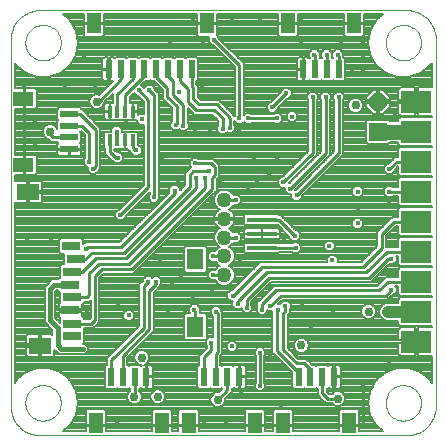
<source format=gbl>
G75*
G70*
%OFA0B0*%
%FSLAX24Y24*%
%IPPOS*%
%LPD*%
%AMOC8*
5,1,8,0,0,1.08239X$1,22.5*
%
%ADD10C,0.0000*%
%ADD11R,0.0610X0.0236*%
%ADD12R,0.0709X0.0472*%
%ADD13R,0.0236X0.0610*%
%ADD14R,0.0472X0.0709*%
%ADD15R,0.1000X0.0750*%
%ADD16R,0.0177X0.0394*%
%ADD17R,0.1024X0.0157*%
%ADD18R,0.0551X0.0709*%
%ADD19R,0.0748X0.0551*%
%ADD20R,0.0591X0.0315*%
%ADD21R,0.0600X0.0600*%
%ADD22OC8,0.0600*%
%ADD23C,0.0500*%
%ADD24C,0.0079*%
%ADD25C,0.0159*%
%ADD26C,0.0100*%
%ADD27C,0.0295*%
%ADD28C,0.0400*%
%ADD29C,0.0500*%
%ADD30C,0.0160*%
D10*
X011483Y005999D02*
X011483Y018203D01*
X011485Y018265D01*
X011491Y018326D01*
X011500Y018387D01*
X011514Y018448D01*
X011531Y018507D01*
X011552Y018565D01*
X011577Y018622D01*
X011605Y018677D01*
X011636Y018730D01*
X011671Y018781D01*
X011709Y018830D01*
X011750Y018877D01*
X011793Y018920D01*
X011840Y018961D01*
X011889Y018999D01*
X011940Y019034D01*
X011993Y019065D01*
X012048Y019093D01*
X012105Y019118D01*
X012163Y019139D01*
X012222Y019156D01*
X012283Y019170D01*
X012344Y019179D01*
X012405Y019185D01*
X012467Y019187D01*
X012467Y019188D02*
X024672Y019188D01*
X024672Y019187D02*
X024734Y019185D01*
X024795Y019179D01*
X024856Y019170D01*
X024917Y019156D01*
X024976Y019139D01*
X025034Y019118D01*
X025091Y019093D01*
X025146Y019065D01*
X025199Y019034D01*
X025250Y018999D01*
X025299Y018961D01*
X025346Y018920D01*
X025389Y018877D01*
X025430Y018830D01*
X025468Y018781D01*
X025503Y018730D01*
X025534Y018677D01*
X025562Y018622D01*
X025587Y018565D01*
X025608Y018507D01*
X025625Y018448D01*
X025639Y018387D01*
X025648Y018326D01*
X025654Y018265D01*
X025656Y018203D01*
X025656Y005999D01*
X025654Y005937D01*
X025648Y005876D01*
X025639Y005815D01*
X025625Y005754D01*
X025608Y005695D01*
X025587Y005637D01*
X025562Y005580D01*
X025534Y005525D01*
X025503Y005472D01*
X025468Y005421D01*
X025430Y005372D01*
X025389Y005325D01*
X025346Y005282D01*
X025299Y005241D01*
X025250Y005203D01*
X025199Y005168D01*
X025146Y005137D01*
X025091Y005109D01*
X025034Y005084D01*
X024976Y005063D01*
X024917Y005046D01*
X024856Y005032D01*
X024795Y005023D01*
X024734Y005017D01*
X024672Y005015D01*
X024672Y005014D02*
X012467Y005014D01*
X012467Y005015D02*
X012405Y005017D01*
X012344Y005023D01*
X012283Y005032D01*
X012222Y005046D01*
X012163Y005063D01*
X012105Y005084D01*
X012048Y005109D01*
X011993Y005137D01*
X011940Y005168D01*
X011889Y005203D01*
X011840Y005241D01*
X011793Y005282D01*
X011750Y005325D01*
X011709Y005372D01*
X011671Y005421D01*
X011636Y005472D01*
X011605Y005525D01*
X011577Y005580D01*
X011552Y005637D01*
X011531Y005695D01*
X011514Y005754D01*
X011500Y005815D01*
X011491Y005876D01*
X011485Y005937D01*
X011483Y005999D01*
X011975Y006097D02*
X011977Y006145D01*
X011983Y006193D01*
X011993Y006240D01*
X012006Y006286D01*
X012024Y006331D01*
X012044Y006375D01*
X012069Y006417D01*
X012097Y006456D01*
X012127Y006493D01*
X012161Y006527D01*
X012198Y006559D01*
X012236Y006588D01*
X012277Y006613D01*
X012320Y006635D01*
X012365Y006653D01*
X012411Y006667D01*
X012458Y006678D01*
X012506Y006685D01*
X012554Y006688D01*
X012602Y006687D01*
X012650Y006682D01*
X012698Y006673D01*
X012744Y006661D01*
X012789Y006644D01*
X012833Y006624D01*
X012875Y006601D01*
X012915Y006574D01*
X012953Y006544D01*
X012988Y006511D01*
X013020Y006475D01*
X013050Y006437D01*
X013076Y006396D01*
X013098Y006353D01*
X013118Y006309D01*
X013133Y006264D01*
X013145Y006217D01*
X013153Y006169D01*
X013157Y006121D01*
X013157Y006073D01*
X013153Y006025D01*
X013145Y005977D01*
X013133Y005930D01*
X013118Y005885D01*
X013098Y005841D01*
X013076Y005798D01*
X013050Y005757D01*
X013020Y005719D01*
X012988Y005683D01*
X012953Y005650D01*
X012915Y005620D01*
X012875Y005593D01*
X012833Y005570D01*
X012789Y005550D01*
X012744Y005533D01*
X012698Y005521D01*
X012650Y005512D01*
X012602Y005507D01*
X012554Y005506D01*
X012506Y005509D01*
X012458Y005516D01*
X012411Y005527D01*
X012365Y005541D01*
X012320Y005559D01*
X012277Y005581D01*
X012236Y005606D01*
X012198Y005635D01*
X012161Y005667D01*
X012127Y005701D01*
X012097Y005738D01*
X012069Y005777D01*
X012044Y005819D01*
X012024Y005863D01*
X012006Y005908D01*
X011993Y005954D01*
X011983Y006001D01*
X011977Y006049D01*
X011975Y006097D01*
X023983Y006097D02*
X023985Y006145D01*
X023991Y006193D01*
X024001Y006240D01*
X024014Y006286D01*
X024032Y006331D01*
X024052Y006375D01*
X024077Y006417D01*
X024105Y006456D01*
X024135Y006493D01*
X024169Y006527D01*
X024206Y006559D01*
X024244Y006588D01*
X024285Y006613D01*
X024328Y006635D01*
X024373Y006653D01*
X024419Y006667D01*
X024466Y006678D01*
X024514Y006685D01*
X024562Y006688D01*
X024610Y006687D01*
X024658Y006682D01*
X024706Y006673D01*
X024752Y006661D01*
X024797Y006644D01*
X024841Y006624D01*
X024883Y006601D01*
X024923Y006574D01*
X024961Y006544D01*
X024996Y006511D01*
X025028Y006475D01*
X025058Y006437D01*
X025084Y006396D01*
X025106Y006353D01*
X025126Y006309D01*
X025141Y006264D01*
X025153Y006217D01*
X025161Y006169D01*
X025165Y006121D01*
X025165Y006073D01*
X025161Y006025D01*
X025153Y005977D01*
X025141Y005930D01*
X025126Y005885D01*
X025106Y005841D01*
X025084Y005798D01*
X025058Y005757D01*
X025028Y005719D01*
X024996Y005683D01*
X024961Y005650D01*
X024923Y005620D01*
X024883Y005593D01*
X024841Y005570D01*
X024797Y005550D01*
X024752Y005533D01*
X024706Y005521D01*
X024658Y005512D01*
X024610Y005507D01*
X024562Y005506D01*
X024514Y005509D01*
X024466Y005516D01*
X024419Y005527D01*
X024373Y005541D01*
X024328Y005559D01*
X024285Y005581D01*
X024244Y005606D01*
X024206Y005635D01*
X024169Y005667D01*
X024135Y005701D01*
X024105Y005738D01*
X024077Y005777D01*
X024052Y005819D01*
X024032Y005863D01*
X024014Y005908D01*
X024001Y005954D01*
X023991Y006001D01*
X023985Y006049D01*
X023983Y006097D01*
X023983Y018105D02*
X023985Y018153D01*
X023991Y018201D01*
X024001Y018248D01*
X024014Y018294D01*
X024032Y018339D01*
X024052Y018383D01*
X024077Y018425D01*
X024105Y018464D01*
X024135Y018501D01*
X024169Y018535D01*
X024206Y018567D01*
X024244Y018596D01*
X024285Y018621D01*
X024328Y018643D01*
X024373Y018661D01*
X024419Y018675D01*
X024466Y018686D01*
X024514Y018693D01*
X024562Y018696D01*
X024610Y018695D01*
X024658Y018690D01*
X024706Y018681D01*
X024752Y018669D01*
X024797Y018652D01*
X024841Y018632D01*
X024883Y018609D01*
X024923Y018582D01*
X024961Y018552D01*
X024996Y018519D01*
X025028Y018483D01*
X025058Y018445D01*
X025084Y018404D01*
X025106Y018361D01*
X025126Y018317D01*
X025141Y018272D01*
X025153Y018225D01*
X025161Y018177D01*
X025165Y018129D01*
X025165Y018081D01*
X025161Y018033D01*
X025153Y017985D01*
X025141Y017938D01*
X025126Y017893D01*
X025106Y017849D01*
X025084Y017806D01*
X025058Y017765D01*
X025028Y017727D01*
X024996Y017691D01*
X024961Y017658D01*
X024923Y017628D01*
X024883Y017601D01*
X024841Y017578D01*
X024797Y017558D01*
X024752Y017541D01*
X024706Y017529D01*
X024658Y017520D01*
X024610Y017515D01*
X024562Y017514D01*
X024514Y017517D01*
X024466Y017524D01*
X024419Y017535D01*
X024373Y017549D01*
X024328Y017567D01*
X024285Y017589D01*
X024244Y017614D01*
X024206Y017643D01*
X024169Y017675D01*
X024135Y017709D01*
X024105Y017746D01*
X024077Y017785D01*
X024052Y017827D01*
X024032Y017871D01*
X024014Y017916D01*
X024001Y017962D01*
X023991Y018009D01*
X023985Y018057D01*
X023983Y018105D01*
X011975Y018105D02*
X011977Y018153D01*
X011983Y018201D01*
X011993Y018248D01*
X012006Y018294D01*
X012024Y018339D01*
X012044Y018383D01*
X012069Y018425D01*
X012097Y018464D01*
X012127Y018501D01*
X012161Y018535D01*
X012198Y018567D01*
X012236Y018596D01*
X012277Y018621D01*
X012320Y018643D01*
X012365Y018661D01*
X012411Y018675D01*
X012458Y018686D01*
X012506Y018693D01*
X012554Y018696D01*
X012602Y018695D01*
X012650Y018690D01*
X012698Y018681D01*
X012744Y018669D01*
X012789Y018652D01*
X012833Y018632D01*
X012875Y018609D01*
X012915Y018582D01*
X012953Y018552D01*
X012988Y018519D01*
X013020Y018483D01*
X013050Y018445D01*
X013076Y018404D01*
X013098Y018361D01*
X013118Y018317D01*
X013133Y018272D01*
X013145Y018225D01*
X013153Y018177D01*
X013157Y018129D01*
X013157Y018081D01*
X013153Y018033D01*
X013145Y017985D01*
X013133Y017938D01*
X013118Y017893D01*
X013098Y017849D01*
X013076Y017806D01*
X013050Y017765D01*
X013020Y017727D01*
X012988Y017691D01*
X012953Y017658D01*
X012915Y017628D01*
X012875Y017601D01*
X012833Y017578D01*
X012789Y017558D01*
X012744Y017541D01*
X012698Y017529D01*
X012650Y017520D01*
X012602Y017515D01*
X012554Y017514D01*
X012506Y017517D01*
X012458Y017524D01*
X012411Y017535D01*
X012365Y017549D01*
X012320Y017567D01*
X012277Y017589D01*
X012236Y017614D01*
X012198Y017643D01*
X012161Y017675D01*
X012127Y017709D01*
X012097Y017746D01*
X012069Y017785D01*
X012044Y017827D01*
X012024Y017871D01*
X012006Y017916D01*
X011993Y017962D01*
X011983Y018009D01*
X011977Y018057D01*
X011975Y018105D01*
D11*
X013436Y015730D03*
X013436Y015336D03*
X013436Y014943D03*
X013436Y014549D03*
D12*
X011910Y014037D03*
X011910Y016242D03*
D13*
X014761Y017218D03*
X015155Y017218D03*
X015549Y017218D03*
X015943Y017218D03*
X016336Y017218D03*
X016730Y017218D03*
X017124Y017218D03*
X017517Y017218D03*
X021236Y017218D03*
X021630Y017218D03*
X022024Y017218D03*
X022417Y017218D03*
X022261Y006967D03*
X021867Y006967D03*
X021474Y006967D03*
X021080Y006967D03*
X019105Y006967D03*
X018711Y006967D03*
X018318Y006967D03*
X017924Y006967D03*
X016011Y006967D03*
X015617Y006967D03*
X015224Y006967D03*
X014830Y006967D03*
D14*
X014318Y005441D03*
X016523Y005441D03*
X017412Y005441D03*
X019617Y005441D03*
X020568Y005441D03*
X022773Y005441D03*
X022929Y018744D03*
X020725Y018744D03*
X018029Y018744D03*
X014250Y018744D03*
D15*
X025008Y016139D03*
X025008Y015139D03*
X025008Y014139D03*
X025008Y013139D03*
X025008Y012139D03*
X025008Y011139D03*
X025008Y010139D03*
X025008Y009139D03*
X025008Y008139D03*
D16*
X015554Y014845D03*
X015299Y014845D03*
X015043Y014845D03*
X014787Y014845D03*
X014787Y015809D03*
X015043Y015809D03*
X015299Y015809D03*
X015554Y015809D03*
D17*
X019858Y012206D03*
X019858Y011733D03*
X019858Y011261D03*
D18*
X017638Y010878D03*
X017638Y008634D03*
D19*
X012461Y008004D03*
X012067Y013131D03*
D20*
X013497Y011321D03*
X013654Y010879D03*
X013523Y010463D03*
X013472Y010033D03*
X013533Y009618D03*
X013475Y009178D03*
X013536Y008741D03*
X013536Y008319D03*
D21*
X023733Y015139D03*
D22*
X023733Y016139D03*
D23*
X018608Y012858D03*
X018608Y012233D03*
X018608Y011608D03*
X018608Y010983D03*
X018608Y010358D03*
D24*
X018360Y010112D02*
X016506Y010112D01*
X016506Y010065D02*
X016506Y010213D01*
X016401Y010318D01*
X016253Y010318D01*
X016202Y010267D01*
X016151Y010318D01*
X016003Y010318D01*
X015898Y010213D01*
X015898Y010172D01*
X015771Y010045D01*
X015771Y008670D01*
X014768Y007667D01*
X014681Y007579D01*
X014681Y007371D01*
X014671Y007371D01*
X014613Y007313D01*
X014613Y006621D01*
X014671Y006562D01*
X014989Y006562D01*
X015027Y006600D01*
X015064Y006562D01*
X015383Y006562D01*
X015421Y006600D01*
X015458Y006562D01*
X015468Y006562D01*
X015468Y006505D01*
X015399Y006436D01*
X015361Y006345D01*
X015361Y006246D01*
X015399Y006156D01*
X015468Y006086D01*
X015559Y006049D01*
X015657Y006049D01*
X015748Y006086D01*
X015818Y006156D01*
X015855Y006246D01*
X015855Y006345D01*
X015818Y006436D01*
X015767Y006486D01*
X015767Y006562D01*
X015777Y006562D01*
X015814Y006600D01*
X015837Y006578D01*
X015873Y006562D01*
X015991Y006562D01*
X015991Y006947D01*
X016031Y006947D01*
X016031Y006987D01*
X015991Y006987D01*
X015991Y007371D01*
X015932Y007371D01*
X015998Y007399D01*
X016068Y007468D01*
X016105Y007559D01*
X016105Y007657D01*
X016068Y007748D01*
X015998Y007818D01*
X015907Y007855D01*
X015809Y007855D01*
X015718Y007818D01*
X015649Y007748D01*
X015611Y007657D01*
X015611Y007559D01*
X015649Y007468D01*
X015718Y007399D01*
X015809Y007361D01*
X015849Y007361D01*
X015837Y007356D01*
X015814Y007334D01*
X015777Y007371D01*
X015458Y007371D01*
X015421Y007334D01*
X015383Y007371D01*
X015373Y007371D01*
X015373Y007599D01*
X016257Y008484D01*
X016257Y009765D01*
X016476Y009984D01*
X016476Y010036D01*
X016506Y010065D01*
X016476Y010035D02*
X018475Y010035D01*
X018539Y010009D02*
X018678Y010009D01*
X018806Y010062D01*
X018904Y010160D01*
X018957Y010289D01*
X018957Y010428D01*
X018904Y010556D01*
X018806Y010654D01*
X018767Y010671D01*
X018806Y010687D01*
X018904Y010785D01*
X018957Y010914D01*
X018957Y011053D01*
X018904Y011181D01*
X018806Y011279D01*
X018767Y011296D01*
X018806Y011312D01*
X018904Y011410D01*
X018912Y011429D01*
X019057Y011429D01*
X019162Y011534D01*
X019162Y011682D01*
X019057Y011787D01*
X018912Y011787D01*
X018904Y011806D01*
X018806Y011904D01*
X018767Y011921D01*
X018774Y011924D01*
X018831Y011962D01*
X018879Y012010D01*
X018918Y012068D01*
X018944Y012131D01*
X018957Y012194D01*
X018647Y012194D01*
X018647Y012272D01*
X018957Y012272D01*
X018944Y012335D01*
X018918Y012399D01*
X018879Y012456D01*
X018831Y012504D01*
X018774Y012543D01*
X018767Y012546D01*
X018806Y012562D01*
X018904Y012660D01*
X018912Y012679D01*
X019057Y012679D01*
X019162Y012784D01*
X019162Y012932D01*
X019057Y013037D01*
X018912Y013037D01*
X018904Y013056D01*
X018806Y013154D01*
X018678Y013207D01*
X018539Y013207D01*
X018410Y013154D01*
X018312Y013056D01*
X018259Y012928D01*
X018259Y012789D01*
X018312Y012660D01*
X018410Y012562D01*
X018450Y012546D01*
X018443Y012543D01*
X018385Y012504D01*
X018337Y012456D01*
X018299Y012399D01*
X018272Y012335D01*
X018260Y012272D01*
X018569Y012272D01*
X018569Y012194D01*
X018260Y012194D01*
X018272Y012131D01*
X018299Y012068D01*
X018337Y012010D01*
X018385Y011962D01*
X018443Y011924D01*
X018450Y011921D01*
X018410Y011904D01*
X018312Y011806D01*
X018259Y011678D01*
X018259Y011539D01*
X018312Y011410D01*
X018410Y011312D01*
X018450Y011296D01*
X018410Y011279D01*
X018312Y011181D01*
X018304Y011162D01*
X018159Y011162D01*
X018054Y011057D01*
X018054Y010909D01*
X018159Y010804D01*
X018304Y010804D01*
X018312Y010785D01*
X018410Y010687D01*
X018450Y010671D01*
X018410Y010654D01*
X018312Y010556D01*
X018304Y010537D01*
X018159Y010537D01*
X018054Y010432D01*
X018054Y010284D01*
X018159Y010179D01*
X018304Y010179D01*
X018312Y010160D01*
X018410Y010062D01*
X018539Y010009D01*
X018741Y010035D02*
X019043Y010035D01*
X019120Y010112D02*
X018856Y010112D01*
X018916Y010189D02*
X019197Y010189D01*
X019274Y010267D02*
X018948Y010267D01*
X018957Y010344D02*
X019351Y010344D01*
X019429Y010421D02*
X018957Y010421D01*
X018928Y010498D02*
X019506Y010498D01*
X019583Y010576D02*
X018885Y010576D01*
X018807Y010653D02*
X019660Y010653D01*
X019738Y010730D02*
X018849Y010730D01*
X018913Y010807D02*
X022023Y010807D01*
X022023Y010789D02*
X019796Y010789D01*
X018857Y009849D01*
X018815Y009849D01*
X018711Y009745D01*
X018711Y009597D01*
X018815Y009492D01*
X018895Y009492D01*
X018867Y009463D01*
X018867Y009315D01*
X018972Y009211D01*
X019120Y009211D01*
X019179Y009270D01*
X019179Y009190D01*
X019284Y009086D01*
X019432Y009086D01*
X019537Y009190D01*
X019537Y009338D01*
X019507Y009368D01*
X019507Y009452D01*
X020170Y010115D01*
X023482Y010115D01*
X024087Y010720D01*
X024097Y010711D01*
X024245Y010711D01*
X024349Y010815D01*
X024349Y010963D01*
X024323Y010990D01*
X024409Y010990D01*
X024409Y010723D01*
X024467Y010665D01*
X025517Y010665D01*
X025517Y010614D01*
X024467Y010614D01*
X024409Y010556D01*
X024409Y010289D01*
X023984Y010289D01*
X023702Y010007D01*
X020265Y010007D01*
X019796Y009539D01*
X019709Y009451D01*
X019709Y009305D01*
X019679Y009276D01*
X019679Y009128D01*
X019784Y009023D01*
X019932Y009023D01*
X020037Y009128D01*
X020037Y009177D01*
X020065Y009148D01*
X020209Y009148D01*
X020209Y007765D01*
X020296Y007678D01*
X020863Y007111D01*
X020863Y006621D01*
X020921Y006562D01*
X021239Y006562D01*
X021277Y006600D01*
X021314Y006562D01*
X021633Y006562D01*
X021671Y006600D01*
X021708Y006562D01*
X021718Y006562D01*
X021718Y006349D01*
X021896Y006171D01*
X021984Y006084D01*
X022189Y006084D01*
X022249Y006024D01*
X022340Y005986D01*
X022439Y005986D01*
X022529Y006024D01*
X022599Y006093D01*
X022636Y006184D01*
X022636Y006282D01*
X022599Y006373D01*
X022529Y006443D01*
X022439Y006480D01*
X022340Y006480D01*
X022249Y006443D01*
X022189Y006382D01*
X022107Y006382D01*
X022017Y006473D01*
X022017Y006562D01*
X022027Y006562D01*
X022064Y006600D01*
X022087Y006578D01*
X022123Y006562D01*
X022241Y006562D01*
X022241Y006947D01*
X022281Y006947D01*
X022281Y006987D01*
X022241Y006987D01*
X022241Y007371D01*
X022123Y007371D01*
X022087Y007356D01*
X022064Y007334D01*
X022027Y007371D01*
X021708Y007371D01*
X021671Y007334D01*
X021633Y007371D01*
X021525Y007371D01*
X021414Y007482D01*
X021326Y007570D01*
X021076Y007570D01*
X020726Y007920D01*
X020726Y009015D01*
X020789Y009077D01*
X020789Y009223D01*
X020818Y009253D01*
X020818Y009401D01*
X020713Y009506D01*
X020565Y009506D01*
X020461Y009401D01*
X020461Y009381D01*
X020404Y009381D01*
X020545Y009521D01*
X024045Y009521D01*
X024203Y009679D01*
X024245Y009679D01*
X024349Y009784D01*
X024349Y009932D01*
X024292Y009990D01*
X024409Y009990D01*
X024409Y009723D01*
X024467Y009665D01*
X025517Y009665D01*
X025517Y009614D01*
X024467Y009614D01*
X024409Y009556D01*
X024409Y009439D01*
X024017Y009439D01*
X023907Y009393D01*
X023823Y009309D01*
X023778Y009199D01*
X023778Y009080D01*
X023823Y008970D01*
X023907Y008886D01*
X024017Y008840D01*
X024409Y008840D01*
X024409Y008723D01*
X024467Y008665D01*
X025517Y008665D01*
X025517Y008614D01*
X025047Y008614D01*
X025047Y008179D01*
X024969Y008179D01*
X024969Y008614D01*
X024488Y008614D01*
X024452Y008599D01*
X024424Y008571D01*
X024409Y008534D01*
X024409Y008179D01*
X024969Y008179D01*
X024969Y008100D01*
X025047Y008100D01*
X025047Y007665D01*
X025517Y007665D01*
X025517Y006772D01*
X025472Y006850D01*
X025472Y006850D01*
X025472Y006850D01*
X025160Y007112D01*
X025160Y007112D01*
X024777Y007251D01*
X024370Y007251D01*
X023988Y007112D01*
X023988Y007112D01*
X023676Y006850D01*
X023472Y006498D01*
X023402Y006097D01*
X023472Y005696D01*
X023676Y005344D01*
X023902Y005154D01*
X023109Y005154D01*
X023109Y005837D01*
X023050Y005895D01*
X022496Y005895D01*
X022437Y005837D01*
X022437Y005154D01*
X020904Y005154D01*
X020904Y005837D01*
X020846Y005895D01*
X020291Y005895D01*
X020233Y005837D01*
X020233Y005154D01*
X019952Y005154D01*
X019952Y005837D01*
X019894Y005895D01*
X019339Y005895D01*
X019281Y005837D01*
X019281Y005154D01*
X017748Y005154D01*
X017748Y005837D01*
X017689Y005895D01*
X017135Y005895D01*
X017076Y005837D01*
X017076Y005154D01*
X016859Y005154D01*
X016859Y005837D01*
X016800Y005895D01*
X016246Y005895D01*
X016187Y005837D01*
X016187Y005154D01*
X014654Y005154D01*
X014654Y005837D01*
X014596Y005895D01*
X014041Y005895D01*
X013983Y005837D01*
X013983Y005154D01*
X013237Y005154D01*
X013464Y005344D01*
X013667Y005696D01*
X013667Y005696D01*
X013738Y006097D01*
X013738Y006097D01*
X013667Y006498D01*
X013464Y006850D01*
X013464Y006850D01*
X013152Y007112D01*
X012769Y007251D01*
X012362Y007251D01*
X011980Y007112D01*
X011980Y007112D01*
X011668Y006850D01*
X011622Y006772D01*
X011622Y012786D01*
X011637Y012771D01*
X011673Y012756D01*
X012028Y012756D01*
X012028Y013092D01*
X012107Y013092D01*
X012107Y013171D01*
X012028Y013171D01*
X012028Y013506D01*
X011673Y013506D01*
X011637Y013491D01*
X011622Y013477D01*
X011622Y013701D01*
X012306Y013701D01*
X012364Y013760D01*
X012364Y014314D01*
X012306Y014373D01*
X011622Y014373D01*
X011622Y015906D01*
X012306Y015906D01*
X012364Y015964D01*
X012364Y016519D01*
X012306Y016577D01*
X011622Y016577D01*
X011622Y017430D01*
X011668Y017352D01*
X011668Y017352D01*
X011980Y017090D01*
X012362Y016951D01*
X012769Y016951D01*
X013152Y017090D01*
X013464Y017352D01*
X013667Y017704D01*
X013667Y017704D01*
X013738Y018105D01*
X013667Y018506D01*
X013464Y018858D01*
X013464Y018858D01*
X013237Y019048D01*
X013914Y019048D01*
X013914Y018348D01*
X013972Y018290D01*
X014527Y018290D01*
X014585Y018348D01*
X014585Y019048D01*
X017694Y019048D01*
X017694Y018348D01*
X017752Y018290D01*
X018100Y018290D01*
X018086Y018276D01*
X018086Y018128D01*
X018190Y018023D01*
X018232Y018023D01*
X018959Y017296D01*
X018959Y015680D01*
X018945Y015667D01*
X018945Y015670D01*
X018857Y015757D01*
X018420Y016195D01*
X017826Y016195D01*
X017726Y016295D01*
X017726Y016670D01*
X017667Y016730D01*
X017667Y016814D01*
X017677Y016814D01*
X017735Y016872D01*
X017735Y017564D01*
X017677Y017623D01*
X017358Y017623D01*
X017320Y017585D01*
X017283Y017623D01*
X016964Y017623D01*
X016927Y017585D01*
X016889Y017623D01*
X016571Y017623D01*
X016533Y017585D01*
X016495Y017623D01*
X016177Y017623D01*
X016139Y017585D01*
X016102Y017623D01*
X015783Y017623D01*
X015746Y017585D01*
X015708Y017623D01*
X015390Y017623D01*
X015352Y017585D01*
X015314Y017623D01*
X014996Y017623D01*
X014958Y017585D01*
X014936Y017607D01*
X014899Y017623D01*
X014781Y017623D01*
X014781Y017238D01*
X014742Y017238D01*
X014742Y017623D01*
X014624Y017623D01*
X014587Y017607D01*
X014559Y017580D01*
X014544Y017543D01*
X014544Y017238D01*
X014742Y017238D01*
X014742Y017198D01*
X014781Y017198D01*
X014781Y016814D01*
X014884Y016814D01*
X014442Y016372D01*
X014407Y016386D01*
X014309Y016386D01*
X014218Y016349D01*
X014149Y016279D01*
X014111Y016189D01*
X014111Y016090D01*
X014149Y015999D01*
X014218Y015930D01*
X014309Y015892D01*
X014407Y015892D01*
X014498Y015930D01*
X014568Y015999D01*
X014605Y016090D01*
X014605Y016113D01*
X014893Y016401D01*
X014893Y016105D01*
X014792Y016105D01*
X014792Y015814D01*
X014782Y015814D01*
X014782Y016105D01*
X014678Y016105D01*
X014642Y016090D01*
X014614Y016062D01*
X014599Y016026D01*
X014599Y015814D01*
X014782Y015814D01*
X014782Y015804D01*
X014792Y015804D01*
X014792Y015513D01*
X014895Y015513D01*
X014908Y015518D01*
X014913Y015513D01*
X015428Y015513D01*
X015434Y015518D01*
X015446Y015513D01*
X015550Y015513D01*
X015550Y015804D01*
X015559Y015804D01*
X015559Y015513D01*
X015663Y015513D01*
X015679Y015520D01*
X015679Y015472D01*
X015784Y015367D01*
X015928Y015367D01*
X015928Y013357D01*
X015107Y012537D01*
X015065Y012537D01*
X014961Y012432D01*
X014961Y012284D01*
X015065Y012179D01*
X015213Y012179D01*
X015318Y012284D01*
X015318Y012326D01*
X016115Y013123D01*
X016115Y013055D01*
X016086Y013026D01*
X016086Y012878D01*
X016190Y012773D01*
X016338Y012773D01*
X016443Y012878D01*
X016443Y013026D01*
X016414Y013055D01*
X016414Y016420D01*
X016326Y016507D01*
X016287Y016547D01*
X016287Y016588D01*
X016182Y016693D01*
X016034Y016693D01*
X015936Y016595D01*
X015840Y016691D01*
X015962Y016814D01*
X016102Y016814D01*
X016139Y016851D01*
X016177Y016814D01*
X016254Y016814D01*
X016553Y016515D01*
X016553Y016234D01*
X016865Y015921D01*
X016865Y015493D01*
X016804Y015432D01*
X016804Y015284D01*
X016909Y015179D01*
X017057Y015179D01*
X017092Y015215D01*
X017159Y015148D01*
X017307Y015148D01*
X017412Y015253D01*
X017412Y015401D01*
X017382Y015430D01*
X017382Y015935D01*
X017521Y015796D01*
X017609Y015709D01*
X018203Y015709D01*
X018396Y015515D01*
X018396Y015337D01*
X018367Y015307D01*
X018367Y015159D01*
X018472Y015054D01*
X018620Y015054D01*
X018686Y015121D01*
X018722Y015086D01*
X018870Y015086D01*
X018974Y015190D01*
X018974Y015338D01*
X018945Y015368D01*
X018945Y015487D01*
X019034Y015398D01*
X019182Y015398D01*
X019249Y015465D01*
X019315Y015398D01*
X019463Y015398D01*
X019493Y015428D01*
X020255Y015428D01*
X020284Y015398D01*
X020432Y015398D01*
X020537Y015503D01*
X020537Y015651D01*
X020432Y015756D01*
X020284Y015756D01*
X020255Y015726D01*
X019493Y015726D01*
X019463Y015756D01*
X019315Y015756D01*
X019257Y015698D01*
X019257Y017420D01*
X018443Y018234D01*
X018443Y018276D01*
X018365Y018354D01*
X018365Y019048D01*
X020389Y019048D01*
X020389Y018348D01*
X020447Y018290D01*
X021002Y018290D01*
X021060Y018348D01*
X021060Y019048D01*
X022594Y019048D01*
X022594Y018348D01*
X022652Y018290D01*
X023207Y018290D01*
X023265Y018348D01*
X023265Y019048D01*
X023902Y019048D01*
X023676Y018858D01*
X023472Y018506D01*
X023402Y018105D01*
X023472Y017704D01*
X023676Y017352D01*
X023676Y017352D01*
X023988Y017090D01*
X024370Y016951D01*
X024777Y016951D01*
X025160Y017090D01*
X025472Y017352D01*
X025517Y017430D01*
X025517Y016614D01*
X025047Y016614D01*
X025047Y016179D01*
X024969Y016179D01*
X024969Y016614D01*
X024488Y016614D01*
X024452Y016599D01*
X024424Y016571D01*
X024409Y016534D01*
X024409Y016179D01*
X024969Y016179D01*
X024969Y016100D01*
X025047Y016100D01*
X025047Y015665D01*
X025517Y015665D01*
X025517Y015614D01*
X024467Y015614D01*
X024409Y015556D01*
X024409Y015489D01*
X024124Y015489D01*
X024074Y015539D01*
X023392Y015539D01*
X023334Y015481D01*
X023334Y014798D01*
X023392Y014740D01*
X024074Y014740D01*
X024124Y014790D01*
X024409Y014790D01*
X024409Y014723D01*
X024467Y014665D01*
X025517Y014665D01*
X025517Y014614D01*
X024467Y014614D01*
X024409Y014556D01*
X024409Y014289D01*
X024296Y014289D01*
X024076Y014068D01*
X024034Y014068D01*
X023929Y013963D01*
X023929Y013815D01*
X024034Y013711D01*
X024182Y013711D01*
X024287Y013815D01*
X024287Y013857D01*
X024409Y013979D01*
X024409Y013723D01*
X024467Y013665D01*
X025517Y013665D01*
X025517Y013614D01*
X024467Y013614D01*
X024409Y013556D01*
X024409Y013289D01*
X024212Y013289D01*
X024182Y013318D01*
X024034Y013318D01*
X023929Y013213D01*
X023929Y013065D01*
X024034Y012961D01*
X024182Y012961D01*
X024212Y012990D01*
X024409Y012990D01*
X024409Y012723D01*
X024467Y012665D01*
X025517Y012665D01*
X025517Y012614D01*
X024467Y012614D01*
X024409Y012556D01*
X024409Y012289D01*
X024202Y012289D01*
X023796Y011882D01*
X023709Y011795D01*
X023709Y011326D01*
X023171Y010789D01*
X022381Y010789D01*
X022381Y010932D01*
X022276Y011037D01*
X022128Y011037D01*
X022023Y010932D01*
X022023Y010789D01*
X022023Y010885D02*
X018945Y010885D01*
X018957Y010962D02*
X022053Y010962D01*
X022034Y011148D02*
X022182Y011148D01*
X022287Y011253D01*
X022287Y011401D01*
X022182Y011506D01*
X022034Y011506D01*
X021929Y011401D01*
X021929Y011253D01*
X022034Y011148D01*
X021989Y011194D02*
X021162Y011194D01*
X021162Y011190D02*
X021057Y011086D01*
X020909Y011086D01*
X020880Y011115D01*
X020444Y011115D01*
X020411Y011083D01*
X019305Y011083D01*
X019247Y011141D01*
X019247Y011381D01*
X019305Y011439D01*
X020411Y011439D01*
X020436Y011414D01*
X020880Y011414D01*
X020909Y011443D01*
X021057Y011443D01*
X021162Y011338D01*
X021162Y011190D01*
X021162Y011271D02*
X021929Y011271D01*
X021929Y011348D02*
X021152Y011348D01*
X021075Y011425D02*
X021954Y011425D01*
X022031Y011503D02*
X021037Y011503D01*
X021026Y011492D02*
X021131Y011597D01*
X021131Y011745D01*
X021026Y011849D01*
X020984Y011849D01*
X020479Y012355D01*
X020440Y012355D01*
X020411Y012384D01*
X019305Y012384D01*
X019247Y012325D01*
X019247Y012086D01*
X019305Y012027D01*
X020384Y012027D01*
X020773Y011638D01*
X020773Y011597D01*
X020878Y011492D01*
X021026Y011492D01*
X021114Y011580D02*
X023709Y011580D01*
X023709Y011657D02*
X021131Y011657D01*
X021131Y011734D02*
X023709Y011734D01*
X023725Y011812D02*
X021064Y011812D01*
X020945Y011889D02*
X023803Y011889D01*
X023880Y011966D02*
X023188Y011966D01*
X023224Y012003D02*
X023120Y011898D01*
X022972Y011898D01*
X022867Y012003D01*
X022867Y012151D01*
X022972Y012256D01*
X023120Y012256D01*
X023224Y012151D01*
X023224Y012003D01*
X023224Y012043D02*
X023957Y012043D01*
X024034Y012120D02*
X023224Y012120D01*
X023178Y012198D02*
X024111Y012198D01*
X024189Y012275D02*
X020559Y012275D01*
X020636Y012198D02*
X022914Y012198D01*
X022867Y012120D02*
X020713Y012120D01*
X020790Y012043D02*
X022867Y012043D01*
X022904Y011966D02*
X020868Y011966D01*
X020677Y011734D02*
X020469Y011734D01*
X020469Y011733D02*
X020469Y011832D01*
X020454Y011868D01*
X020426Y011896D01*
X020390Y011911D01*
X019858Y011911D01*
X019327Y011911D01*
X019290Y011896D01*
X019262Y011868D01*
X019247Y011832D01*
X019247Y011733D01*
X019247Y011635D01*
X019262Y011598D01*
X019290Y011570D01*
X019327Y011555D01*
X019858Y011555D01*
X019858Y011733D01*
X019858Y011733D01*
X019247Y011733D01*
X019858Y011733D01*
X019858Y011733D01*
X019858Y011555D01*
X020390Y011555D01*
X020426Y011570D01*
X020454Y011598D01*
X020469Y011635D01*
X020469Y011733D01*
X019858Y011733D01*
X019858Y011911D01*
X019858Y011733D01*
X019858Y011733D01*
X019858Y011733D01*
X020469Y011733D01*
X020469Y011657D02*
X020754Y011657D01*
X020790Y011580D02*
X020436Y011580D01*
X020425Y011425D02*
X020891Y011425D01*
X020867Y011503D02*
X019130Y011503D01*
X019162Y011580D02*
X019280Y011580D01*
X019247Y011657D02*
X019162Y011657D01*
X019110Y011734D02*
X019247Y011734D01*
X019247Y011812D02*
X018899Y011812D01*
X018822Y011889D02*
X019283Y011889D01*
X019289Y012043D02*
X018901Y012043D01*
X018940Y012120D02*
X019247Y012120D01*
X019247Y012198D02*
X018647Y012198D01*
X018569Y012198D02*
X017378Y012198D01*
X017455Y012275D02*
X018260Y012275D01*
X018279Y012352D02*
X017532Y012352D01*
X017609Y012429D02*
X018319Y012429D01*
X018389Y012507D02*
X017687Y012507D01*
X017764Y012584D02*
X018388Y012584D01*
X018312Y012661D02*
X017841Y012661D01*
X017918Y012738D02*
X018280Y012738D01*
X018259Y012816D02*
X017996Y012816D01*
X018073Y012893D02*
X018259Y012893D01*
X018276Y012970D02*
X018150Y012970D01*
X018227Y013047D02*
X018308Y013047D01*
X018264Y013084D02*
X018351Y013171D01*
X018351Y013546D01*
X018357Y013553D01*
X018445Y013640D01*
X018445Y014014D01*
X018320Y014139D01*
X018232Y014226D01*
X017743Y014226D01*
X017713Y014256D01*
X017565Y014256D01*
X017461Y014151D01*
X017461Y014003D01*
X017501Y013962D01*
X017428Y013889D01*
X017303Y013764D01*
X017303Y013357D01*
X017131Y013186D01*
X017131Y013245D01*
X017026Y013349D01*
X016878Y013349D01*
X016773Y013245D01*
X016773Y013109D01*
X015109Y011445D01*
X013984Y011445D01*
X013951Y011412D01*
X013909Y011412D01*
X013891Y011394D01*
X013891Y011519D01*
X013833Y011578D01*
X013160Y011578D01*
X013102Y011519D01*
X013102Y011122D01*
X013160Y011064D01*
X013259Y011064D01*
X013259Y010720D01*
X013186Y010720D01*
X013128Y010662D01*
X013128Y010282D01*
X013077Y010232D01*
X013077Y010212D01*
X012865Y010212D01*
X012721Y010069D01*
X012616Y009964D01*
X012616Y008784D01*
X012866Y008534D01*
X012866Y008374D01*
X012855Y008379D01*
X012500Y008379D01*
X012500Y008043D01*
X012422Y008043D01*
X012422Y007965D01*
X012500Y007965D01*
X012500Y007629D01*
X012855Y007629D01*
X012891Y007644D01*
X012919Y007672D01*
X012934Y007709D01*
X012934Y007872D01*
X012991Y007815D01*
X013096Y007710D01*
X013964Y007710D01*
X014069Y007815D01*
X014069Y007964D01*
X013964Y008069D01*
X013880Y008069D01*
X013931Y008120D01*
X013931Y008517D01*
X013918Y008530D01*
X013931Y008542D01*
X013931Y008592D01*
X014240Y008592D01*
X014357Y008709D01*
X014445Y008796D01*
X014445Y010265D01*
X014576Y010396D01*
X015576Y010396D01*
X018264Y013084D01*
X018305Y013125D02*
X018381Y013125D01*
X018351Y013202D02*
X018525Y013202D01*
X018691Y013202D02*
X020617Y013202D01*
X020617Y013159D02*
X020722Y013054D01*
X020836Y013054D01*
X020836Y012940D01*
X020940Y012836D01*
X021088Y012836D01*
X021193Y012940D01*
X021193Y012982D01*
X022570Y014359D01*
X022570Y016192D01*
X022599Y016222D01*
X022599Y016370D01*
X022495Y016474D01*
X022347Y016474D01*
X022242Y016370D01*
X022242Y016222D01*
X022271Y016192D01*
X022271Y014482D01*
X020982Y013193D01*
X020974Y013193D01*
X020974Y013201D01*
X022132Y014359D01*
X022132Y016192D01*
X022162Y016222D01*
X022162Y016370D01*
X022057Y016474D01*
X021909Y016474D01*
X021804Y016370D01*
X021804Y016222D01*
X021834Y016192D01*
X021834Y014482D01*
X020763Y013412D01*
X020756Y013412D01*
X020756Y013419D01*
X021695Y014359D01*
X021695Y016192D01*
X021724Y016222D01*
X021724Y016370D01*
X021620Y016474D01*
X021472Y016474D01*
X021367Y016370D01*
X021367Y016222D01*
X021396Y016192D01*
X021396Y014482D01*
X020544Y013631D01*
X020503Y013631D01*
X020398Y013526D01*
X020398Y013378D01*
X020503Y013273D01*
X020617Y013273D01*
X020617Y013159D01*
X020651Y013125D02*
X018836Y013125D01*
X018908Y013047D02*
X020836Y013047D01*
X020836Y012970D02*
X019124Y012970D01*
X019162Y012893D02*
X020883Y012893D01*
X021146Y012893D02*
X024409Y012893D01*
X024409Y012970D02*
X024192Y012970D01*
X024025Y012970D02*
X023129Y012970D01*
X023120Y012961D02*
X023224Y013065D01*
X023224Y013213D01*
X023120Y013318D01*
X022972Y013318D01*
X022867Y013213D01*
X022867Y013065D01*
X022972Y012961D01*
X023120Y012961D01*
X023206Y013047D02*
X023947Y013047D01*
X023929Y013125D02*
X023224Y013125D01*
X023224Y013202D02*
X023929Y013202D01*
X023995Y013279D02*
X023159Y013279D01*
X022933Y013279D02*
X021490Y013279D01*
X021413Y013202D02*
X022867Y013202D01*
X022867Y013125D02*
X021336Y013125D01*
X021259Y013047D02*
X022885Y013047D01*
X022962Y012970D02*
X021193Y012970D01*
X020991Y013202D02*
X020976Y013202D01*
X021053Y013279D02*
X021068Y013279D01*
X021130Y013356D02*
X021145Y013356D01*
X021207Y013434D02*
X021222Y013434D01*
X021285Y013511D02*
X021300Y013511D01*
X021362Y013588D02*
X021377Y013588D01*
X021439Y013665D02*
X021454Y013665D01*
X021516Y013743D02*
X021531Y013743D01*
X021594Y013820D02*
X021609Y013820D01*
X021671Y013897D02*
X021686Y013897D01*
X021748Y013974D02*
X021763Y013974D01*
X021825Y014051D02*
X021840Y014051D01*
X021902Y014129D02*
X021917Y014129D01*
X021980Y014206D02*
X021995Y014206D01*
X022057Y014283D02*
X022072Y014283D01*
X022132Y014360D02*
X022149Y014360D01*
X022132Y014438D02*
X022226Y014438D01*
X022271Y014515D02*
X022132Y014515D01*
X022132Y014592D02*
X022271Y014592D01*
X022271Y014669D02*
X022132Y014669D01*
X022132Y014747D02*
X022271Y014747D01*
X022271Y014824D02*
X022132Y014824D01*
X022132Y014901D02*
X022271Y014901D01*
X022271Y014978D02*
X022132Y014978D01*
X022132Y015056D02*
X022271Y015056D01*
X022271Y015133D02*
X022132Y015133D01*
X022132Y015210D02*
X022271Y015210D01*
X022271Y015287D02*
X022132Y015287D01*
X022132Y015365D02*
X022271Y015365D01*
X022271Y015442D02*
X022132Y015442D01*
X022132Y015519D02*
X022271Y015519D01*
X022271Y015596D02*
X022132Y015596D01*
X022132Y015674D02*
X022271Y015674D01*
X022271Y015751D02*
X022132Y015751D01*
X022132Y015828D02*
X022271Y015828D01*
X022271Y015905D02*
X022132Y015905D01*
X022132Y015983D02*
X022271Y015983D01*
X022271Y016060D02*
X022132Y016060D01*
X022132Y016137D02*
X022271Y016137D01*
X022249Y016214D02*
X022155Y016214D01*
X022162Y016291D02*
X022242Y016291D01*
X022242Y016369D02*
X022162Y016369D01*
X022086Y016446D02*
X022318Y016446D01*
X022523Y016446D02*
X023475Y016446D01*
X023552Y016523D02*
X020821Y016523D01*
X020849Y016495D02*
X020745Y016599D01*
X020597Y016599D01*
X020492Y016495D01*
X020492Y016453D01*
X020169Y016131D01*
X020128Y016131D01*
X020023Y016026D01*
X020023Y015878D01*
X020128Y015773D01*
X020276Y015773D01*
X020381Y015878D01*
X020381Y015919D01*
X020703Y016242D01*
X020745Y016242D01*
X020849Y016347D01*
X020849Y016495D01*
X020849Y016446D02*
X021443Y016446D01*
X021367Y016369D02*
X020849Y016369D01*
X020794Y016291D02*
X021367Y016291D01*
X021374Y016214D02*
X020675Y016214D01*
X020598Y016137D02*
X021396Y016137D01*
X021396Y016060D02*
X020521Y016060D01*
X020444Y015983D02*
X021396Y015983D01*
X021396Y015905D02*
X020381Y015905D01*
X020331Y015828D02*
X021396Y015828D01*
X021396Y015751D02*
X020999Y015751D01*
X021037Y015713D02*
X020932Y015818D01*
X020784Y015818D01*
X020679Y015713D01*
X020679Y015565D01*
X020784Y015461D01*
X020932Y015461D01*
X021037Y015565D01*
X021037Y015713D01*
X021037Y015674D02*
X021396Y015674D01*
X021396Y015596D02*
X021037Y015596D01*
X020991Y015519D02*
X021396Y015519D01*
X021396Y015442D02*
X020476Y015442D01*
X020537Y015519D02*
X020726Y015519D01*
X020679Y015596D02*
X020537Y015596D01*
X020514Y015674D02*
X020679Y015674D01*
X020717Y015751D02*
X020437Y015751D01*
X020279Y015751D02*
X019468Y015751D01*
X019311Y015751D02*
X019257Y015751D01*
X019257Y015828D02*
X020073Y015828D01*
X020023Y015905D02*
X019257Y015905D01*
X019257Y015983D02*
X020023Y015983D01*
X020057Y016060D02*
X019257Y016060D01*
X019257Y016137D02*
X020176Y016137D01*
X020253Y016214D02*
X019257Y016214D01*
X019257Y016291D02*
X020330Y016291D01*
X020407Y016369D02*
X019257Y016369D01*
X019257Y016446D02*
X020485Y016446D01*
X020520Y016523D02*
X019257Y016523D01*
X019257Y016600D02*
X024456Y016600D01*
X024409Y016523D02*
X023914Y016523D01*
X023899Y016539D02*
X023772Y016539D01*
X023772Y016179D01*
X023694Y016179D01*
X023694Y016539D01*
X023568Y016539D01*
X023334Y016305D01*
X023334Y016179D01*
X023694Y016179D01*
X023694Y016100D01*
X023772Y016100D01*
X023772Y015740D01*
X023899Y015740D01*
X024132Y015974D01*
X024132Y016100D01*
X023772Y016100D01*
X023772Y016179D01*
X024132Y016179D01*
X024132Y016305D01*
X023899Y016539D01*
X023772Y016523D02*
X023694Y016523D01*
X023694Y016446D02*
X023772Y016446D01*
X023772Y016369D02*
X023694Y016369D01*
X023694Y016291D02*
X023772Y016291D01*
X023772Y016214D02*
X023694Y016214D01*
X023694Y016137D02*
X023200Y016137D01*
X023193Y016154D02*
X023123Y016224D01*
X023032Y016261D01*
X022934Y016261D01*
X022843Y016224D01*
X022774Y016154D01*
X022736Y016064D01*
X022736Y015965D01*
X022774Y015874D01*
X022843Y015805D01*
X022934Y015767D01*
X023032Y015767D01*
X023123Y015805D01*
X023193Y015874D01*
X023230Y015965D01*
X023230Y016064D01*
X023193Y016154D01*
X023133Y016214D02*
X023334Y016214D01*
X023334Y016291D02*
X022599Y016291D01*
X022592Y016214D02*
X022834Y016214D01*
X022767Y016137D02*
X022570Y016137D01*
X022570Y016060D02*
X022736Y016060D01*
X022736Y015983D02*
X022570Y015983D01*
X022570Y015905D02*
X022761Y015905D01*
X022820Y015828D02*
X022570Y015828D01*
X022570Y015751D02*
X023557Y015751D01*
X023568Y015740D02*
X023334Y015974D01*
X023334Y016100D01*
X023694Y016100D01*
X023694Y015740D01*
X023568Y015740D01*
X023480Y015828D02*
X023146Y015828D01*
X023205Y015905D02*
X023402Y015905D01*
X023334Y015983D02*
X023230Y015983D01*
X023230Y016060D02*
X023334Y016060D01*
X023398Y016369D02*
X022599Y016369D01*
X022577Y016814D02*
X022258Y016814D01*
X022221Y016851D01*
X022183Y016814D01*
X021864Y016814D01*
X021827Y016851D01*
X021789Y016814D01*
X021471Y016814D01*
X021433Y016851D01*
X021411Y016829D01*
X021374Y016814D01*
X021256Y016814D01*
X021256Y017198D01*
X021217Y017198D01*
X021217Y016814D01*
X021098Y016814D01*
X021062Y016829D01*
X021034Y016857D01*
X021019Y016893D01*
X021019Y017198D01*
X021217Y017198D01*
X021217Y017238D01*
X021217Y017623D01*
X021098Y017623D01*
X021062Y017607D01*
X021034Y017580D01*
X021019Y017543D01*
X021019Y017238D01*
X021217Y017238D01*
X021256Y017238D01*
X021256Y017623D01*
X021374Y017623D01*
X021411Y017607D01*
X021433Y017585D01*
X021453Y017605D01*
X021414Y017605D01*
X021429Y017628D02*
X021453Y017605D01*
X021429Y017628D02*
X021429Y017776D01*
X021534Y017881D01*
X021682Y017881D01*
X021787Y017776D01*
X021787Y017628D01*
X021782Y017623D01*
X021789Y017623D01*
X021827Y017585D01*
X021853Y017611D01*
X021836Y017628D01*
X021836Y017776D01*
X021940Y017881D01*
X022088Y017881D01*
X022193Y017776D01*
X022193Y017628D01*
X022185Y017620D01*
X022221Y017585D01*
X022237Y017601D01*
X022211Y017628D01*
X022211Y017776D01*
X022315Y017881D01*
X022463Y017881D01*
X022568Y017776D01*
X022568Y017628D01*
X022567Y017627D01*
X022567Y017623D01*
X022577Y017623D01*
X022635Y017564D01*
X022635Y016872D01*
X022577Y016814D01*
X022595Y016832D02*
X025517Y016832D01*
X025517Y016755D02*
X019257Y016755D01*
X019257Y016832D02*
X021059Y016832D01*
X021019Y016909D02*
X019257Y016909D01*
X019257Y016987D02*
X021019Y016987D01*
X021019Y017064D02*
X019257Y017064D01*
X019257Y017141D02*
X021019Y017141D01*
X021019Y017296D02*
X019257Y017296D01*
X019257Y017373D02*
X021019Y017373D01*
X021019Y017450D02*
X019227Y017450D01*
X019150Y017527D02*
X021019Y017527D01*
X021059Y017605D02*
X019073Y017605D01*
X018996Y017682D02*
X021429Y017682D01*
X021429Y017759D02*
X018918Y017759D01*
X018841Y017836D02*
X021490Y017836D01*
X021726Y017836D02*
X021896Y017836D01*
X021836Y017759D02*
X021787Y017759D01*
X021787Y017682D02*
X021836Y017682D01*
X021846Y017605D02*
X021807Y017605D01*
X022193Y017682D02*
X022211Y017682D01*
X022211Y017759D02*
X022193Y017759D01*
X022133Y017836D02*
X022271Y017836D01*
X022234Y017605D02*
X022201Y017605D01*
X022508Y017836D02*
X023449Y017836D01*
X023463Y017759D02*
X022568Y017759D01*
X022568Y017682D02*
X023485Y017682D01*
X023472Y017704D02*
X023472Y017704D01*
X023530Y017605D02*
X022595Y017605D01*
X022635Y017527D02*
X023574Y017527D01*
X023619Y017450D02*
X022635Y017450D01*
X022635Y017373D02*
X023664Y017373D01*
X023676Y017352D02*
X023676Y017352D01*
X023743Y017296D02*
X022635Y017296D01*
X022635Y017218D02*
X023835Y017218D01*
X023927Y017141D02*
X022635Y017141D01*
X022635Y017064D02*
X024059Y017064D01*
X023988Y017090D02*
X023988Y017090D01*
X024271Y016987D02*
X022635Y016987D01*
X022635Y016909D02*
X025517Y016909D01*
X025517Y016987D02*
X024876Y016987D01*
X025088Y017064D02*
X025517Y017064D01*
X025517Y017141D02*
X025221Y017141D01*
X025160Y017090D02*
X025160Y017090D01*
X025313Y017218D02*
X025517Y017218D01*
X025517Y017296D02*
X025405Y017296D01*
X025472Y017352D02*
X025472Y017352D01*
X025484Y017373D02*
X025517Y017373D01*
X025517Y016678D02*
X019257Y016678D01*
X018959Y016678D02*
X017719Y016678D01*
X017726Y016600D02*
X018959Y016600D01*
X018959Y016523D02*
X017726Y016523D01*
X017726Y016446D02*
X018959Y016446D01*
X018959Y016369D02*
X017726Y016369D01*
X017730Y016291D02*
X018959Y016291D01*
X018959Y016214D02*
X017807Y016214D01*
X017489Y015828D02*
X017382Y015828D01*
X017382Y015751D02*
X017567Y015751D01*
X017382Y015674D02*
X018238Y015674D01*
X018315Y015596D02*
X017382Y015596D01*
X017382Y015519D02*
X018392Y015519D01*
X018396Y015442D02*
X017382Y015442D01*
X017412Y015365D02*
X018396Y015365D01*
X018367Y015287D02*
X017412Y015287D01*
X017369Y015210D02*
X018367Y015210D01*
X018393Y015133D02*
X016414Y015133D01*
X016414Y015210D02*
X016878Y015210D01*
X016804Y015287D02*
X016414Y015287D01*
X016414Y015365D02*
X016804Y015365D01*
X016814Y015442D02*
X016414Y015442D01*
X016414Y015519D02*
X016865Y015519D01*
X016865Y015596D02*
X016414Y015596D01*
X016414Y015674D02*
X016865Y015674D01*
X016865Y015751D02*
X016414Y015751D01*
X016414Y015828D02*
X016865Y015828D01*
X016865Y015905D02*
X016414Y015905D01*
X016414Y015983D02*
X016804Y015983D01*
X016727Y016060D02*
X016414Y016060D01*
X016414Y016137D02*
X016649Y016137D01*
X016572Y016214D02*
X016414Y016214D01*
X016414Y016291D02*
X016553Y016291D01*
X016553Y016369D02*
X016414Y016369D01*
X016388Y016446D02*
X016553Y016446D01*
X016544Y016523D02*
X016311Y016523D01*
X016326Y016507D02*
X016326Y016507D01*
X016275Y016600D02*
X016467Y016600D01*
X016390Y016678D02*
X016198Y016678D01*
X016313Y016755D02*
X015904Y016755D01*
X015854Y016678D02*
X016019Y016678D01*
X015941Y016600D02*
X015931Y016600D01*
X016120Y016832D02*
X016158Y016832D01*
X015732Y016336D02*
X015928Y016140D01*
X015928Y015724D01*
X015784Y015724D01*
X015742Y015683D01*
X015742Y015804D01*
X015559Y015804D01*
X015559Y015814D01*
X015550Y015814D01*
X015550Y016105D01*
X015448Y016105D01*
X015448Y016299D01*
X015587Y016439D01*
X015690Y016336D01*
X015732Y016336D01*
X015776Y016291D02*
X015448Y016291D01*
X015448Y016214D02*
X015853Y016214D01*
X015928Y016137D02*
X015448Y016137D01*
X015559Y016105D02*
X015663Y016105D01*
X015699Y016090D01*
X015727Y016062D01*
X015742Y016026D01*
X015742Y015814D01*
X015559Y015814D01*
X015559Y016105D01*
X015550Y016060D02*
X015559Y016060D01*
X015550Y015983D02*
X015559Y015983D01*
X015550Y015905D02*
X015559Y015905D01*
X015550Y015828D02*
X015559Y015828D01*
X015550Y015751D02*
X015559Y015751D01*
X015550Y015674D02*
X015559Y015674D01*
X015550Y015596D02*
X015559Y015596D01*
X015550Y015519D02*
X015559Y015519D01*
X015678Y015519D02*
X015679Y015519D01*
X015709Y015442D02*
X014298Y015442D01*
X014221Y015519D02*
X014664Y015519D01*
X014678Y015513D02*
X014782Y015513D01*
X014782Y015804D01*
X014599Y015804D01*
X014599Y015593D01*
X014614Y015556D01*
X014642Y015528D01*
X014678Y015513D01*
X014782Y015519D02*
X014792Y015519D01*
X014782Y015596D02*
X014792Y015596D01*
X014782Y015674D02*
X014792Y015674D01*
X014782Y015751D02*
X014792Y015751D01*
X014782Y015828D02*
X014792Y015828D01*
X014782Y015905D02*
X014792Y015905D01*
X014782Y015983D02*
X014792Y015983D01*
X014782Y016060D02*
X014792Y016060D01*
X014893Y016137D02*
X014629Y016137D01*
X014613Y016060D02*
X014592Y016060D01*
X014599Y015983D02*
X014551Y015983D01*
X014599Y015905D02*
X014438Y015905D01*
X014278Y015905D02*
X013824Y015905D01*
X013840Y015889D02*
X013782Y015947D01*
X013089Y015947D01*
X013031Y015889D01*
X013031Y015571D01*
X013069Y015533D01*
X013031Y015495D01*
X013031Y015216D01*
X013005Y015279D01*
X012936Y015349D01*
X012845Y015386D01*
X012746Y015386D01*
X012656Y015349D01*
X012586Y015279D01*
X012549Y015189D01*
X012549Y015090D01*
X012586Y014999D01*
X012656Y014930D01*
X012731Y014899D01*
X012734Y014896D01*
X012837Y014793D01*
X013031Y014793D01*
X013031Y014783D01*
X013069Y014746D01*
X013046Y014723D01*
X013031Y014687D01*
X013031Y014569D01*
X013416Y014569D01*
X013416Y014529D01*
X013455Y014529D01*
X013455Y014331D01*
X013761Y014331D01*
X013797Y014346D01*
X013825Y014374D01*
X013840Y014411D01*
X013840Y014529D01*
X013455Y014529D01*
X013455Y014569D01*
X013840Y014569D01*
X013840Y014687D01*
X013825Y014723D01*
X013803Y014746D01*
X013840Y014783D01*
X013840Y015102D01*
X013803Y015139D01*
X013818Y015155D01*
X013959Y015015D01*
X013959Y014243D01*
X013929Y014213D01*
X013929Y014065D01*
X014034Y013961D01*
X014054Y013961D01*
X014054Y013815D01*
X014159Y013711D01*
X014307Y013711D01*
X014412Y013815D01*
X014412Y013857D01*
X014476Y013921D01*
X014476Y015264D01*
X013948Y015792D01*
X013861Y015879D01*
X013840Y015879D01*
X013840Y015889D01*
X013912Y015828D02*
X014599Y015828D01*
X014599Y015751D02*
X013989Y015751D01*
X014066Y015674D02*
X014599Y015674D01*
X014599Y015596D02*
X014144Y015596D01*
X014375Y015365D02*
X015928Y015365D01*
X015928Y015287D02*
X015119Y015287D01*
X015088Y015318D02*
X015193Y015213D01*
X015193Y015141D01*
X015294Y015141D01*
X015294Y014850D01*
X015303Y014850D01*
X015303Y015141D01*
X015407Y015141D01*
X015420Y015136D01*
X015425Y015141D01*
X015684Y015141D01*
X015742Y015083D01*
X015742Y014693D01*
X015745Y014693D01*
X015849Y014588D01*
X015849Y014440D01*
X015745Y014336D01*
X015597Y014336D01*
X015492Y014440D01*
X015492Y014451D01*
X015490Y014452D01*
X015405Y014537D01*
X015405Y014548D01*
X015303Y014548D01*
X015303Y014840D01*
X015294Y014840D01*
X015294Y014548D01*
X015190Y014548D01*
X015178Y014554D01*
X015172Y014548D01*
X014936Y014548D01*
X014936Y014523D01*
X015016Y014443D01*
X015120Y014443D01*
X015224Y014338D01*
X015224Y014190D01*
X015120Y014086D01*
X014972Y014086D01*
X014942Y014115D01*
X014921Y014115D01*
X014834Y014202D01*
X014834Y014203D01*
X014637Y014399D01*
X014637Y014568D01*
X014599Y014607D01*
X014599Y015083D01*
X014657Y015141D01*
X014836Y015141D01*
X014836Y015213D01*
X014940Y015318D01*
X015088Y015318D01*
X015193Y015210D02*
X015928Y015210D01*
X015928Y015133D02*
X015692Y015133D01*
X015742Y015056D02*
X015928Y015056D01*
X015928Y014978D02*
X015742Y014978D01*
X015742Y014901D02*
X015928Y014901D01*
X015928Y014824D02*
X015742Y014824D01*
X015742Y014747D02*
X015928Y014747D01*
X015928Y014669D02*
X015768Y014669D01*
X015846Y014592D02*
X015928Y014592D01*
X015928Y014515D02*
X015849Y014515D01*
X015847Y014438D02*
X015928Y014438D01*
X015928Y014360D02*
X015769Y014360D01*
X015928Y014283D02*
X015224Y014283D01*
X015224Y014206D02*
X015928Y014206D01*
X015928Y014129D02*
X015163Y014129D01*
X015202Y014360D02*
X015572Y014360D01*
X015495Y014438D02*
X015125Y014438D01*
X014944Y014515D02*
X015428Y014515D01*
X015303Y014592D02*
X015294Y014592D01*
X015294Y014669D02*
X015303Y014669D01*
X015294Y014747D02*
X015303Y014747D01*
X015294Y014824D02*
X015303Y014824D01*
X015294Y014901D02*
X015303Y014901D01*
X015294Y014978D02*
X015303Y014978D01*
X015294Y015056D02*
X015303Y015056D01*
X015294Y015133D02*
X015303Y015133D01*
X014910Y015287D02*
X014453Y015287D01*
X014476Y015210D02*
X014836Y015210D01*
X014649Y015133D02*
X014476Y015133D01*
X014476Y015056D02*
X014599Y015056D01*
X014599Y014978D02*
X014476Y014978D01*
X014476Y014901D02*
X014599Y014901D01*
X014599Y014824D02*
X014476Y014824D01*
X014476Y014747D02*
X014599Y014747D01*
X014599Y014669D02*
X014476Y014669D01*
X014476Y014592D02*
X014613Y014592D01*
X014637Y014515D02*
X014476Y014515D01*
X014476Y014438D02*
X014637Y014438D01*
X014676Y014360D02*
X014476Y014360D01*
X014476Y014283D02*
X014753Y014283D01*
X014830Y014206D02*
X014476Y014206D01*
X014476Y014129D02*
X014908Y014129D01*
X014476Y014051D02*
X015928Y014051D01*
X015928Y013974D02*
X014476Y013974D01*
X014452Y013897D02*
X015928Y013897D01*
X015928Y013820D02*
X014412Y013820D01*
X014339Y013743D02*
X015928Y013743D01*
X015928Y013665D02*
X011622Y013665D01*
X011622Y013588D02*
X015928Y013588D01*
X015928Y013511D02*
X011622Y013511D01*
X012028Y013434D02*
X012107Y013434D01*
X012107Y013506D02*
X012107Y013171D01*
X012541Y013171D01*
X012541Y013427D01*
X012526Y013463D01*
X012498Y013491D01*
X012461Y013506D01*
X012107Y013506D01*
X012107Y013356D02*
X012028Y013356D01*
X012028Y013279D02*
X012107Y013279D01*
X012107Y013202D02*
X012028Y013202D01*
X012107Y013125D02*
X015695Y013125D01*
X015772Y013202D02*
X012541Y013202D01*
X012541Y013279D02*
X015849Y013279D01*
X015926Y013356D02*
X012541Y013356D01*
X012538Y013434D02*
X015928Y013434D01*
X016414Y013434D02*
X017303Y013434D01*
X017303Y013511D02*
X016414Y013511D01*
X016414Y013588D02*
X017303Y013588D01*
X017303Y013665D02*
X016414Y013665D01*
X016414Y013743D02*
X017303Y013743D01*
X017359Y013820D02*
X016414Y013820D01*
X016414Y013897D02*
X017436Y013897D01*
X017489Y013974D02*
X016414Y013974D01*
X016414Y014051D02*
X017461Y014051D01*
X017461Y014129D02*
X016414Y014129D01*
X016414Y014206D02*
X017516Y014206D01*
X018253Y014206D02*
X021120Y014206D01*
X021197Y014283D02*
X016414Y014283D01*
X016414Y014360D02*
X021274Y014360D01*
X021351Y014438D02*
X016414Y014438D01*
X016414Y014515D02*
X021396Y014515D01*
X021396Y014592D02*
X016414Y014592D01*
X016414Y014669D02*
X021396Y014669D01*
X021396Y014747D02*
X016414Y014747D01*
X016414Y014824D02*
X021396Y014824D01*
X021396Y014901D02*
X016414Y014901D01*
X016414Y014978D02*
X021396Y014978D01*
X021396Y015056D02*
X018621Y015056D01*
X018470Y015056D02*
X016414Y015056D01*
X017088Y015210D02*
X017097Y015210D01*
X017382Y015905D02*
X017412Y015905D01*
X018478Y016137D02*
X018959Y016137D01*
X018959Y016060D02*
X018555Y016060D01*
X018632Y015983D02*
X018959Y015983D01*
X018959Y015905D02*
X018710Y015905D01*
X018787Y015828D02*
X018959Y015828D01*
X018959Y015751D02*
X018864Y015751D01*
X018941Y015674D02*
X018952Y015674D01*
X018945Y015442D02*
X018990Y015442D01*
X018948Y015365D02*
X021396Y015365D01*
X021396Y015287D02*
X018974Y015287D01*
X018974Y015210D02*
X021396Y015210D01*
X021396Y015133D02*
X018917Y015133D01*
X019226Y015442D02*
X019272Y015442D01*
X018959Y016755D02*
X017667Y016755D01*
X017695Y016832D02*
X018959Y016832D01*
X018959Y016909D02*
X017735Y016909D01*
X017735Y016987D02*
X018959Y016987D01*
X018959Y017064D02*
X017735Y017064D01*
X017735Y017141D02*
X018959Y017141D01*
X018959Y017218D02*
X017735Y017218D01*
X017735Y017296D02*
X018959Y017296D01*
X018882Y017373D02*
X017735Y017373D01*
X017735Y017450D02*
X018805Y017450D01*
X018728Y017527D02*
X017735Y017527D01*
X017695Y017605D02*
X018650Y017605D01*
X018573Y017682D02*
X013654Y017682D01*
X013677Y017759D02*
X018496Y017759D01*
X018419Y017836D02*
X013690Y017836D01*
X013704Y017914D02*
X018341Y017914D01*
X018264Y017991D02*
X013718Y017991D01*
X013731Y018068D02*
X018145Y018068D01*
X018086Y018145D02*
X013731Y018145D01*
X013717Y018222D02*
X018086Y018222D01*
X018365Y018377D02*
X020389Y018377D01*
X020389Y018454D02*
X018365Y018454D01*
X018365Y018531D02*
X020389Y018531D01*
X020389Y018609D02*
X018365Y018609D01*
X018365Y018686D02*
X020389Y018686D01*
X020389Y018763D02*
X018365Y018763D01*
X018365Y018840D02*
X020389Y018840D01*
X020389Y018918D02*
X018365Y018918D01*
X018365Y018995D02*
X020389Y018995D01*
X021060Y018995D02*
X022594Y018995D01*
X022594Y018918D02*
X021060Y018918D01*
X021060Y018840D02*
X022594Y018840D01*
X022594Y018763D02*
X021060Y018763D01*
X021060Y018686D02*
X022594Y018686D01*
X022594Y018609D02*
X021060Y018609D01*
X021060Y018531D02*
X022594Y018531D01*
X022594Y018454D02*
X021060Y018454D01*
X021060Y018377D02*
X022594Y018377D01*
X022642Y018300D02*
X021012Y018300D01*
X020437Y018300D02*
X018419Y018300D01*
X018455Y018222D02*
X023422Y018222D01*
X023409Y018145D02*
X018532Y018145D01*
X018609Y018068D02*
X023408Y018068D01*
X023402Y018105D02*
X023402Y018105D01*
X023422Y017991D02*
X018687Y017991D01*
X018764Y017914D02*
X023435Y017914D01*
X023436Y018300D02*
X023216Y018300D01*
X023265Y018377D02*
X023450Y018377D01*
X023463Y018454D02*
X023265Y018454D01*
X023265Y018531D02*
X023487Y018531D01*
X023472Y018506D02*
X023472Y018506D01*
X023532Y018609D02*
X023265Y018609D01*
X023265Y018686D02*
X023576Y018686D01*
X023621Y018763D02*
X023265Y018763D01*
X023265Y018840D02*
X023665Y018840D01*
X023676Y018858D02*
X023676Y018858D01*
X023747Y018918D02*
X023265Y018918D01*
X023265Y018995D02*
X023839Y018995D01*
X021256Y017605D02*
X021217Y017605D01*
X021217Y017527D02*
X021256Y017527D01*
X021256Y017450D02*
X021217Y017450D01*
X021217Y017373D02*
X021256Y017373D01*
X021256Y017296D02*
X021217Y017296D01*
X021217Y017218D02*
X019257Y017218D01*
X017742Y018300D02*
X014537Y018300D01*
X014585Y018377D02*
X017694Y018377D01*
X017694Y018454D02*
X014585Y018454D01*
X014585Y018531D02*
X017694Y018531D01*
X017694Y018609D02*
X014585Y018609D01*
X014585Y018686D02*
X017694Y018686D01*
X017694Y018763D02*
X014585Y018763D01*
X014585Y018840D02*
X017694Y018840D01*
X017694Y018918D02*
X014585Y018918D01*
X014585Y018995D02*
X017694Y018995D01*
X017340Y017605D02*
X017301Y017605D01*
X016946Y017605D02*
X016907Y017605D01*
X016553Y017605D02*
X016514Y017605D01*
X016159Y017605D02*
X016120Y017605D01*
X015765Y017605D02*
X015726Y017605D01*
X015372Y017605D02*
X015332Y017605D01*
X014978Y017605D02*
X014939Y017605D01*
X014781Y017605D02*
X014742Y017605D01*
X014742Y017527D02*
X014781Y017527D01*
X014781Y017450D02*
X014742Y017450D01*
X014742Y017373D02*
X014781Y017373D01*
X014781Y017296D02*
X014742Y017296D01*
X014742Y017218D02*
X013305Y017218D01*
X013213Y017141D02*
X014544Y017141D01*
X014544Y017198D02*
X014544Y016893D01*
X014559Y016857D01*
X014587Y016829D01*
X014624Y016814D01*
X014742Y016814D01*
X014742Y017198D01*
X014544Y017198D01*
X014544Y017296D02*
X013397Y017296D01*
X013464Y017352D02*
X013464Y017352D01*
X013476Y017373D02*
X014544Y017373D01*
X014544Y017450D02*
X013521Y017450D01*
X013565Y017527D02*
X014544Y017527D01*
X014584Y017605D02*
X013610Y017605D01*
X013152Y017090D02*
X013152Y017090D01*
X013080Y017064D02*
X014544Y017064D01*
X014544Y016987D02*
X012868Y016987D01*
X012263Y016987D02*
X011622Y016987D01*
X011622Y017064D02*
X012051Y017064D01*
X011980Y017090D02*
X011980Y017090D01*
X011919Y017141D02*
X011622Y017141D01*
X011622Y017218D02*
X011827Y017218D01*
X011735Y017296D02*
X011622Y017296D01*
X011668Y017352D02*
X011668Y017352D01*
X011656Y017373D02*
X011622Y017373D01*
X011622Y016909D02*
X014544Y016909D01*
X014584Y016832D02*
X011622Y016832D01*
X011622Y016755D02*
X014825Y016755D01*
X014781Y016832D02*
X014742Y016832D01*
X014742Y016909D02*
X014781Y016909D01*
X014781Y016987D02*
X014742Y016987D01*
X014742Y017064D02*
X014781Y017064D01*
X014781Y017141D02*
X014742Y017141D01*
X014748Y016678D02*
X011622Y016678D01*
X011622Y016600D02*
X014670Y016600D01*
X014593Y016523D02*
X012360Y016523D01*
X012364Y016446D02*
X014516Y016446D01*
X014266Y016369D02*
X012364Y016369D01*
X012364Y016291D02*
X014161Y016291D01*
X014122Y016214D02*
X012364Y016214D01*
X012364Y016137D02*
X014111Y016137D01*
X014124Y016060D02*
X012364Y016060D01*
X012364Y015983D02*
X014166Y015983D01*
X014707Y016214D02*
X014893Y016214D01*
X014893Y016291D02*
X014784Y016291D01*
X014861Y016369D02*
X014893Y016369D01*
X015517Y016369D02*
X015657Y016369D01*
X015728Y016060D02*
X015928Y016060D01*
X015928Y015983D02*
X015742Y015983D01*
X015742Y015905D02*
X015928Y015905D01*
X015928Y015828D02*
X015742Y015828D01*
X015742Y015751D02*
X015928Y015751D01*
X013959Y014978D02*
X013840Y014978D01*
X013840Y014901D02*
X013959Y014901D01*
X013959Y014824D02*
X013840Y014824D01*
X013804Y014747D02*
X013959Y014747D01*
X013959Y014669D02*
X013840Y014669D01*
X013840Y014592D02*
X013959Y014592D01*
X013959Y014515D02*
X013840Y014515D01*
X013840Y014438D02*
X013959Y014438D01*
X013959Y014360D02*
X013811Y014360D01*
X013959Y014283D02*
X012364Y014283D01*
X012364Y014206D02*
X013929Y014206D01*
X013929Y014129D02*
X012364Y014129D01*
X012364Y014051D02*
X013943Y014051D01*
X014020Y013974D02*
X012364Y013974D01*
X012364Y013897D02*
X014054Y013897D01*
X014054Y013820D02*
X012364Y013820D01*
X012347Y013743D02*
X014127Y013743D01*
X013455Y014360D02*
X013416Y014360D01*
X013416Y014331D02*
X013416Y014529D01*
X013031Y014529D01*
X013031Y014411D01*
X013046Y014374D01*
X013074Y014346D01*
X013111Y014331D01*
X013416Y014331D01*
X013416Y014438D02*
X013455Y014438D01*
X013455Y014515D02*
X013416Y014515D01*
X013031Y014515D02*
X011622Y014515D01*
X011622Y014592D02*
X013031Y014592D01*
X013031Y014669D02*
X011622Y014669D01*
X011622Y014747D02*
X013068Y014747D01*
X012806Y014824D02*
X011622Y014824D01*
X011622Y014901D02*
X012725Y014901D01*
X012607Y014978D02*
X011622Y014978D01*
X011622Y015056D02*
X012563Y015056D01*
X012549Y015133D02*
X011622Y015133D01*
X011622Y015210D02*
X012558Y015210D01*
X012594Y015287D02*
X011622Y015287D01*
X011622Y015365D02*
X012694Y015365D01*
X012897Y015365D02*
X013031Y015365D01*
X013031Y015442D02*
X011622Y015442D01*
X011622Y015519D02*
X013055Y015519D01*
X013031Y015596D02*
X011622Y015596D01*
X011622Y015674D02*
X013031Y015674D01*
X013031Y015751D02*
X011622Y015751D01*
X011622Y015828D02*
X013031Y015828D01*
X013047Y015905D02*
X011622Y015905D01*
X012997Y015287D02*
X013031Y015287D01*
X013809Y015133D02*
X013841Y015133D01*
X013840Y015056D02*
X013918Y015056D01*
X013031Y014438D02*
X011622Y014438D01*
X012318Y014360D02*
X013060Y014360D01*
X012541Y013092D02*
X012107Y013092D01*
X012107Y012756D01*
X012461Y012756D01*
X012498Y012771D01*
X012526Y012799D01*
X012541Y012836D01*
X012541Y013092D01*
X012541Y013047D02*
X015617Y013047D01*
X015540Y012970D02*
X012541Y012970D01*
X012541Y012893D02*
X015463Y012893D01*
X015386Y012816D02*
X012532Y012816D01*
X012107Y012816D02*
X012028Y012816D01*
X012028Y012893D02*
X012107Y012893D01*
X012107Y012970D02*
X012028Y012970D01*
X012028Y013047D02*
X012107Y013047D01*
X011622Y012738D02*
X015308Y012738D01*
X015231Y012661D02*
X011622Y012661D01*
X011622Y012584D02*
X015154Y012584D01*
X015035Y012507D02*
X011622Y012507D01*
X011622Y012429D02*
X014961Y012429D01*
X014961Y012352D02*
X011622Y012352D01*
X011622Y012275D02*
X014970Y012275D01*
X015047Y012198D02*
X011622Y012198D01*
X011622Y012120D02*
X015784Y012120D01*
X015707Y012043D02*
X011622Y012043D01*
X011622Y011966D02*
X015630Y011966D01*
X015553Y011889D02*
X011622Y011889D01*
X011622Y011812D02*
X015475Y011812D01*
X015398Y011734D02*
X011622Y011734D01*
X011622Y011657D02*
X015321Y011657D01*
X015244Y011580D02*
X011622Y011580D01*
X011622Y011503D02*
X013102Y011503D01*
X013102Y011425D02*
X011622Y011425D01*
X011622Y011348D02*
X013102Y011348D01*
X013102Y011271D02*
X011622Y011271D01*
X011622Y011194D02*
X013102Y011194D01*
X013108Y011116D02*
X011622Y011116D01*
X011622Y011039D02*
X013259Y011039D01*
X013259Y010962D02*
X011622Y010962D01*
X011622Y010885D02*
X013259Y010885D01*
X013259Y010807D02*
X011622Y010807D01*
X011622Y010730D02*
X013259Y010730D01*
X013128Y010653D02*
X011622Y010653D01*
X011622Y010576D02*
X013128Y010576D01*
X013128Y010498D02*
X011622Y010498D01*
X011622Y010421D02*
X013128Y010421D01*
X013128Y010344D02*
X011622Y010344D01*
X011622Y010267D02*
X013112Y010267D01*
X012842Y010189D02*
X011622Y010189D01*
X011622Y010112D02*
X012765Y010112D01*
X012688Y010035D02*
X011622Y010035D01*
X011622Y009958D02*
X012616Y009958D01*
X012616Y009881D02*
X011622Y009881D01*
X011622Y009803D02*
X012616Y009803D01*
X012616Y009726D02*
X011622Y009726D01*
X011622Y009649D02*
X012616Y009649D01*
X012616Y009572D02*
X011622Y009572D01*
X011622Y009494D02*
X012616Y009494D01*
X012616Y009417D02*
X011622Y009417D01*
X011622Y009340D02*
X012616Y009340D01*
X012616Y009263D02*
X011622Y009263D01*
X011622Y009185D02*
X012616Y009185D01*
X012616Y009108D02*
X011622Y009108D01*
X011622Y009031D02*
X012616Y009031D01*
X012616Y008954D02*
X011622Y008954D01*
X011622Y008876D02*
X012616Y008876D01*
X012616Y008799D02*
X011622Y008799D01*
X011622Y008722D02*
X012678Y008722D01*
X012755Y008645D02*
X011622Y008645D01*
X011622Y008567D02*
X012833Y008567D01*
X012866Y008490D02*
X011622Y008490D01*
X011622Y008413D02*
X012866Y008413D01*
X012500Y008336D02*
X012422Y008336D01*
X012422Y008379D02*
X012067Y008379D01*
X012031Y008364D01*
X012003Y008336D01*
X011988Y008299D01*
X011988Y008043D01*
X012422Y008043D01*
X012422Y008379D01*
X012422Y008258D02*
X012500Y008258D01*
X012500Y008181D02*
X012422Y008181D01*
X012422Y008104D02*
X012500Y008104D01*
X012422Y008027D02*
X011622Y008027D01*
X011622Y008104D02*
X011988Y008104D01*
X011988Y008181D02*
X011622Y008181D01*
X011622Y008258D02*
X011988Y008258D01*
X012003Y008336D02*
X011622Y008336D01*
X011622Y007950D02*
X011988Y007950D01*
X011988Y007965D02*
X011988Y007709D01*
X012003Y007672D01*
X012031Y007644D01*
X012067Y007629D01*
X012422Y007629D01*
X012422Y007965D01*
X011988Y007965D01*
X011988Y007872D02*
X011622Y007872D01*
X011622Y007795D02*
X011988Y007795D01*
X011988Y007718D02*
X011622Y007718D01*
X011622Y007641D02*
X012040Y007641D01*
X012422Y007641D02*
X012500Y007641D01*
X012500Y007718D02*
X012422Y007718D01*
X012422Y007795D02*
X012500Y007795D01*
X012500Y007872D02*
X012422Y007872D01*
X012422Y007950D02*
X012500Y007950D01*
X012882Y007641D02*
X014742Y007641D01*
X014681Y007563D02*
X011622Y007563D01*
X011622Y007486D02*
X014681Y007486D01*
X014681Y007409D02*
X011622Y007409D01*
X011622Y007332D02*
X014631Y007332D01*
X014613Y007254D02*
X011622Y007254D01*
X011622Y007177D02*
X012158Y007177D01*
X011965Y007100D02*
X011622Y007100D01*
X011622Y007023D02*
X011873Y007023D01*
X011781Y006945D02*
X011622Y006945D01*
X011622Y006868D02*
X011689Y006868D01*
X011668Y006850D02*
X011668Y006850D01*
X011634Y006791D02*
X011622Y006791D01*
X012973Y007177D02*
X014613Y007177D01*
X014613Y007100D02*
X013166Y007100D01*
X013152Y007112D02*
X013152Y007112D01*
X013258Y007023D02*
X014613Y007023D01*
X014613Y006945D02*
X013350Y006945D01*
X013443Y006868D02*
X014613Y006868D01*
X014613Y006791D02*
X013498Y006791D01*
X013543Y006714D02*
X014613Y006714D01*
X014613Y006636D02*
X013587Y006636D01*
X013632Y006559D02*
X015468Y006559D01*
X015445Y006482D02*
X013670Y006482D01*
X013684Y006405D02*
X015386Y006405D01*
X015361Y006327D02*
X013697Y006327D01*
X013711Y006250D02*
X015361Y006250D01*
X015392Y006173D02*
X013724Y006173D01*
X013738Y006096D02*
X015459Y006096D01*
X015758Y006096D02*
X016240Y006096D01*
X016249Y006086D02*
X016340Y006049D01*
X016439Y006049D01*
X016529Y006086D01*
X016599Y006156D01*
X016636Y006246D01*
X016636Y006345D01*
X016599Y006436D01*
X016529Y006505D01*
X016439Y006543D01*
X016340Y006543D01*
X016249Y006505D01*
X016180Y006436D01*
X016142Y006345D01*
X016142Y006246D01*
X016180Y006156D01*
X016249Y006086D01*
X016173Y006173D02*
X015825Y006173D01*
X015855Y006250D02*
X016142Y006250D01*
X016142Y006327D02*
X015855Y006327D01*
X015830Y006405D02*
X016167Y006405D01*
X016226Y006482D02*
X015771Y006482D01*
X015767Y006559D02*
X018535Y006559D01*
X018545Y006569D02*
X018425Y006449D01*
X018340Y006449D01*
X018249Y006411D01*
X018180Y006342D01*
X018142Y006251D01*
X018142Y006153D01*
X018180Y006062D01*
X018249Y005992D01*
X018340Y005955D01*
X018439Y005955D01*
X018529Y005992D01*
X018599Y006062D01*
X018636Y006153D01*
X018636Y006238D01*
X018861Y006462D01*
X018861Y006562D01*
X018870Y006562D01*
X018908Y006600D01*
X018931Y006578D01*
X018967Y006562D01*
X019085Y006562D01*
X019085Y006947D01*
X019125Y006947D01*
X019125Y006987D01*
X019085Y006987D01*
X019085Y007371D01*
X018967Y007371D01*
X018931Y007356D01*
X018908Y007334D01*
X018870Y007371D01*
X018552Y007371D01*
X018514Y007334D01*
X018477Y007371D01*
X018467Y007371D01*
X018467Y007662D01*
X018539Y007734D01*
X018539Y009139D01*
X018506Y009172D01*
X018506Y009213D01*
X018401Y009318D01*
X018253Y009318D01*
X018148Y009213D01*
X018148Y009065D01*
X018240Y008973D01*
X018240Y008287D01*
X018097Y008287D01*
X017992Y008182D01*
X017992Y008034D01*
X018021Y008005D01*
X018021Y007920D01*
X017774Y007673D01*
X017774Y007371D01*
X017765Y007371D01*
X017706Y007313D01*
X017706Y006621D01*
X017765Y006562D01*
X018083Y006562D01*
X018121Y006600D01*
X018158Y006562D01*
X018477Y006562D01*
X018514Y006600D01*
X018545Y006569D01*
X018458Y006482D02*
X016552Y006482D01*
X016612Y006405D02*
X018243Y006405D01*
X018174Y006327D02*
X016636Y006327D01*
X016636Y006250D02*
X018142Y006250D01*
X018142Y006173D02*
X016606Y006173D01*
X016539Y006096D02*
X018166Y006096D01*
X018223Y006018D02*
X013724Y006018D01*
X013710Y005941D02*
X023429Y005941D01*
X023443Y005864D02*
X023081Y005864D01*
X023109Y005787D02*
X023456Y005787D01*
X023470Y005710D02*
X023109Y005710D01*
X023109Y005632D02*
X023509Y005632D01*
X023472Y005696D02*
X023472Y005696D01*
X023554Y005555D02*
X023109Y005555D01*
X023109Y005478D02*
X023598Y005478D01*
X023643Y005401D02*
X023109Y005401D01*
X023109Y005323D02*
X023700Y005323D01*
X023676Y005344D02*
X023676Y005344D01*
X023676Y005344D01*
X023792Y005246D02*
X023109Y005246D01*
X023109Y005169D02*
X023884Y005169D01*
X023415Y006018D02*
X022517Y006018D01*
X022600Y006096D02*
X023402Y006096D01*
X023402Y006097D02*
X023402Y006097D01*
X023415Y006173D02*
X022632Y006173D01*
X022636Y006250D02*
X023429Y006250D01*
X023442Y006327D02*
X022618Y006327D01*
X022567Y006405D02*
X023456Y006405D01*
X023469Y006482D02*
X022017Y006482D01*
X022017Y006559D02*
X023508Y006559D01*
X023472Y006498D02*
X023472Y006498D01*
X023552Y006636D02*
X022476Y006636D01*
X022479Y006642D02*
X022479Y006947D01*
X022281Y006947D01*
X022281Y006562D01*
X022399Y006562D01*
X022436Y006578D01*
X022464Y006605D01*
X022479Y006642D01*
X022479Y006714D02*
X023597Y006714D01*
X023641Y006791D02*
X022479Y006791D01*
X022479Y006868D02*
X023697Y006868D01*
X023676Y006850D02*
X023676Y006850D01*
X023789Y006945D02*
X022479Y006945D01*
X022479Y006987D02*
X022479Y007292D01*
X022464Y007328D01*
X022436Y007356D01*
X022399Y007371D01*
X022281Y007371D01*
X022281Y006987D01*
X022479Y006987D01*
X022479Y007023D02*
X023881Y007023D01*
X023973Y007100D02*
X022479Y007100D01*
X022479Y007177D02*
X024166Y007177D01*
X024452Y007680D02*
X024488Y007665D01*
X024969Y007665D01*
X024969Y008100D01*
X024409Y008100D01*
X024409Y007745D01*
X024424Y007708D01*
X024452Y007680D01*
X024420Y007718D02*
X020928Y007718D01*
X020851Y007795D02*
X021055Y007795D01*
X021031Y007805D02*
X021121Y007767D01*
X021220Y007767D01*
X021311Y007805D01*
X021380Y007874D01*
X021418Y007965D01*
X021418Y008064D01*
X021380Y008154D01*
X021311Y008224D01*
X021220Y008261D01*
X021121Y008261D01*
X021031Y008224D01*
X020961Y008154D01*
X020924Y008064D01*
X020924Y007965D01*
X020961Y007874D01*
X021031Y007805D01*
X020963Y007872D02*
X020774Y007872D01*
X020726Y007950D02*
X020930Y007950D01*
X020924Y008027D02*
X020726Y008027D01*
X020726Y008104D02*
X020940Y008104D01*
X020988Y008181D02*
X020726Y008181D01*
X020726Y008258D02*
X021114Y008258D01*
X021227Y008258D02*
X024409Y008258D01*
X024409Y008181D02*
X021353Y008181D01*
X021401Y008104D02*
X024969Y008104D01*
X024969Y008181D02*
X025047Y008181D01*
X025047Y008258D02*
X024969Y008258D01*
X024969Y008336D02*
X025047Y008336D01*
X025047Y008413D02*
X024969Y008413D01*
X024969Y008490D02*
X025047Y008490D01*
X025047Y008567D02*
X024969Y008567D01*
X024423Y008567D02*
X020726Y008567D01*
X020726Y008490D02*
X024409Y008490D01*
X024409Y008413D02*
X020726Y008413D01*
X020726Y008336D02*
X024409Y008336D01*
X024409Y008027D02*
X021418Y008027D01*
X021411Y007950D02*
X024409Y007950D01*
X024409Y007872D02*
X021378Y007872D01*
X021287Y007795D02*
X024409Y007795D01*
X024969Y007795D02*
X025047Y007795D01*
X025047Y007718D02*
X024969Y007718D01*
X024969Y007872D02*
X025047Y007872D01*
X025047Y007950D02*
X024969Y007950D01*
X024969Y008027D02*
X025047Y008027D01*
X025517Y007641D02*
X021006Y007641D01*
X021333Y007563D02*
X025517Y007563D01*
X025517Y007486D02*
X021410Y007486D01*
X021487Y007409D02*
X025517Y007409D01*
X025517Y007332D02*
X022460Y007332D01*
X022479Y007254D02*
X025517Y007254D01*
X025517Y007177D02*
X024981Y007177D01*
X025174Y007100D02*
X025517Y007100D01*
X025517Y007023D02*
X025266Y007023D01*
X025358Y006945D02*
X025517Y006945D01*
X025517Y006868D02*
X025450Y006868D01*
X025506Y006791D02*
X025517Y006791D01*
X025517Y008645D02*
X020726Y008645D01*
X020726Y008722D02*
X024410Y008722D01*
X024409Y008799D02*
X020726Y008799D01*
X020726Y008876D02*
X023929Y008876D01*
X023839Y008954D02*
X023584Y008954D01*
X023561Y008930D02*
X023630Y008999D01*
X023668Y009090D01*
X023668Y009189D01*
X023630Y009279D01*
X023561Y009349D01*
X023470Y009386D01*
X023371Y009386D01*
X023281Y009349D01*
X023211Y009279D01*
X023174Y009189D01*
X023174Y009090D01*
X023211Y008999D01*
X023281Y008930D01*
X023371Y008892D01*
X023470Y008892D01*
X023561Y008930D01*
X023643Y009031D02*
X023798Y009031D01*
X023778Y009108D02*
X023668Y009108D01*
X023668Y009185D02*
X023778Y009185D01*
X023804Y009263D02*
X023637Y009263D01*
X023569Y009340D02*
X023854Y009340D01*
X023965Y009417D02*
X020802Y009417D01*
X020818Y009340D02*
X023272Y009340D01*
X023204Y009263D02*
X020818Y009263D01*
X020789Y009185D02*
X023174Y009185D01*
X023174Y009108D02*
X020789Y009108D01*
X020742Y009031D02*
X023198Y009031D01*
X023257Y008954D02*
X020726Y008954D01*
X020209Y008954D02*
X018539Y008954D01*
X018539Y009031D02*
X019776Y009031D01*
X019699Y009108D02*
X019455Y009108D01*
X019532Y009185D02*
X019679Y009185D01*
X019679Y009263D02*
X019537Y009263D01*
X019535Y009340D02*
X019709Y009340D01*
X019709Y009417D02*
X019507Y009417D01*
X019549Y009494D02*
X019752Y009494D01*
X019829Y009572D02*
X019627Y009572D01*
X019704Y009649D02*
X019906Y009649D01*
X019984Y009726D02*
X019781Y009726D01*
X019858Y009803D02*
X020061Y009803D01*
X020138Y009881D02*
X019936Y009881D01*
X020013Y009958D02*
X020215Y009958D01*
X020090Y010035D02*
X023730Y010035D01*
X023807Y010112D02*
X020167Y010112D01*
X020518Y009494D02*
X020554Y009494D01*
X020477Y009417D02*
X020441Y009417D01*
X020725Y009494D02*
X024409Y009494D01*
X024425Y009572D02*
X024095Y009572D01*
X024173Y009649D02*
X025517Y009649D01*
X024409Y009726D02*
X024291Y009726D01*
X024349Y009803D02*
X024409Y009803D01*
X024409Y009881D02*
X024349Y009881D01*
X024324Y009958D02*
X024409Y009958D01*
X024409Y010344D02*
X023711Y010344D01*
X023634Y010267D02*
X023962Y010267D01*
X023884Y010189D02*
X023557Y010189D01*
X023789Y010421D02*
X024409Y010421D01*
X024409Y010498D02*
X023866Y010498D01*
X023943Y010576D02*
X024429Y010576D01*
X024409Y010730D02*
X024264Y010730D01*
X024341Y010807D02*
X024409Y010807D01*
X024409Y010885D02*
X024349Y010885D01*
X024349Y010962D02*
X024409Y010962D01*
X024409Y011289D02*
X024007Y011289D01*
X024007Y011671D01*
X024326Y011990D01*
X024409Y011990D01*
X024409Y011723D01*
X024467Y011665D01*
X025517Y011665D01*
X025517Y011614D01*
X024467Y011614D01*
X024409Y011556D01*
X024409Y011289D01*
X024409Y011348D02*
X024007Y011348D01*
X024007Y011425D02*
X024409Y011425D01*
X024409Y011503D02*
X024007Y011503D01*
X024007Y011580D02*
X024433Y011580D01*
X024409Y011734D02*
X024071Y011734D01*
X024007Y011657D02*
X025517Y011657D01*
X024409Y011812D02*
X024148Y011812D01*
X024225Y011889D02*
X024409Y011889D01*
X024409Y011966D02*
X024302Y011966D01*
X024409Y012352D02*
X020482Y012352D01*
X020445Y011966D02*
X018835Y011966D01*
X018395Y011889D02*
X017069Y011889D01*
X017146Y011966D02*
X018381Y011966D01*
X018315Y012043D02*
X017223Y012043D01*
X017300Y012120D02*
X018277Y012120D01*
X018317Y011812D02*
X016992Y011812D01*
X016914Y011734D02*
X018282Y011734D01*
X018259Y011657D02*
X016837Y011657D01*
X016760Y011580D02*
X018259Y011580D01*
X018274Y011503D02*
X016683Y011503D01*
X016605Y011425D02*
X018306Y011425D01*
X018374Y011348D02*
X016528Y011348D01*
X016451Y011271D02*
X017263Y011271D01*
X017263Y011274D02*
X017263Y010483D01*
X017321Y010424D01*
X017955Y010424D01*
X018013Y010483D01*
X018013Y011274D01*
X017955Y011332D01*
X017321Y011332D01*
X017263Y011274D01*
X017263Y011194D02*
X016374Y011194D01*
X016296Y011116D02*
X017263Y011116D01*
X017263Y011039D02*
X016219Y011039D01*
X016142Y010962D02*
X017263Y010962D01*
X017263Y010885D02*
X016065Y010885D01*
X015987Y010807D02*
X017263Y010807D01*
X017263Y010730D02*
X015910Y010730D01*
X015833Y010653D02*
X017263Y010653D01*
X017263Y010576D02*
X015756Y010576D01*
X015678Y010498D02*
X017263Y010498D01*
X018013Y010498D02*
X018121Y010498D01*
X018054Y010421D02*
X015601Y010421D01*
X015898Y010189D02*
X014445Y010189D01*
X014445Y010112D02*
X015838Y010112D01*
X015771Y010035D02*
X014445Y010035D01*
X014445Y009958D02*
X015771Y009958D01*
X015771Y009881D02*
X014445Y009881D01*
X014445Y009803D02*
X015771Y009803D01*
X015771Y009726D02*
X014445Y009726D01*
X014445Y009649D02*
X015771Y009649D01*
X015771Y009572D02*
X014445Y009572D01*
X014445Y009494D02*
X015771Y009494D01*
X015771Y009417D02*
X014445Y009417D01*
X014445Y009340D02*
X015771Y009340D01*
X015771Y009263D02*
X014445Y009263D01*
X014445Y009185D02*
X015339Y009185D01*
X015347Y009193D02*
X015242Y009088D01*
X015242Y008940D01*
X015347Y008836D01*
X015495Y008836D01*
X015599Y008940D01*
X015599Y009088D01*
X015495Y009193D01*
X015347Y009193D01*
X015262Y009108D02*
X014445Y009108D01*
X014445Y009031D02*
X015242Y009031D01*
X015242Y008954D02*
X014445Y008954D01*
X014445Y008876D02*
X015306Y008876D01*
X015535Y008876D02*
X015771Y008876D01*
X015771Y008799D02*
X014445Y008799D01*
X014371Y008722D02*
X015771Y008722D01*
X015746Y008645D02*
X014293Y008645D01*
X013931Y008567D02*
X015669Y008567D01*
X015591Y008490D02*
X013931Y008490D01*
X013931Y008413D02*
X015514Y008413D01*
X015437Y008336D02*
X013931Y008336D01*
X013931Y008258D02*
X015360Y008258D01*
X015282Y008181D02*
X013931Y008181D01*
X013915Y008104D02*
X015205Y008104D01*
X015128Y008027D02*
X014006Y008027D01*
X014069Y007950D02*
X015051Y007950D01*
X014974Y007872D02*
X014069Y007872D01*
X014049Y007795D02*
X014896Y007795D01*
X014819Y007718D02*
X013971Y007718D01*
X013089Y007718D02*
X012934Y007718D01*
X012934Y007795D02*
X013011Y007795D01*
X013142Y008766D02*
X013120Y008787D01*
X012975Y008932D01*
X012975Y009815D01*
X013013Y009854D01*
X013077Y009854D01*
X013077Y009834D01*
X013135Y009776D01*
X013138Y009776D01*
X013138Y009425D01*
X013124Y009419D01*
X013096Y009391D01*
X013081Y009355D01*
X013081Y009217D01*
X013436Y009217D01*
X013436Y009138D01*
X013081Y009138D01*
X013081Y009000D01*
X013096Y008964D01*
X013124Y008936D01*
X013142Y008929D01*
X013142Y008766D01*
X013142Y008799D02*
X013108Y008799D01*
X013142Y008876D02*
X013031Y008876D01*
X012975Y008954D02*
X013106Y008954D01*
X013081Y009031D02*
X012975Y009031D01*
X012975Y009108D02*
X013081Y009108D01*
X012975Y009185D02*
X013436Y009185D01*
X013515Y009185D02*
X014146Y009185D01*
X014146Y009108D02*
X013870Y009108D01*
X013870Y009138D02*
X013515Y009138D01*
X013515Y009217D01*
X013870Y009217D01*
X013870Y009355D01*
X013868Y009361D01*
X013869Y009361D01*
X013927Y009419D01*
X013927Y009469D01*
X014086Y009469D01*
X014146Y009529D01*
X014146Y008920D01*
X014117Y008890D01*
X013931Y008890D01*
X013931Y008940D01*
X013873Y008998D01*
X013869Y008998D01*
X013870Y009000D01*
X013870Y009138D01*
X013870Y009031D02*
X014146Y009031D01*
X014146Y008954D02*
X013917Y008954D01*
X013870Y009263D02*
X014146Y009263D01*
X014146Y009340D02*
X013870Y009340D01*
X013925Y009417D02*
X014146Y009417D01*
X014146Y009494D02*
X014112Y009494D01*
X013138Y009494D02*
X012975Y009494D01*
X012975Y009417D02*
X013122Y009417D01*
X013081Y009340D02*
X012975Y009340D01*
X012975Y009263D02*
X013081Y009263D01*
X013138Y009572D02*
X012975Y009572D01*
X012975Y009649D02*
X013138Y009649D01*
X013138Y009726D02*
X012975Y009726D01*
X012975Y009803D02*
X013108Y009803D01*
X014447Y010267D02*
X015951Y010267D01*
X016452Y010267D02*
X018072Y010267D01*
X018054Y010344D02*
X014524Y010344D01*
X013964Y011425D02*
X013891Y011425D01*
X013891Y011503D02*
X015166Y011503D01*
X015232Y012198D02*
X015861Y012198D01*
X015939Y012275D02*
X015309Y012275D01*
X015345Y012352D02*
X016016Y012352D01*
X016093Y012429D02*
X015422Y012429D01*
X015499Y012507D02*
X016170Y012507D01*
X016248Y012584D02*
X015576Y012584D01*
X015654Y012661D02*
X016325Y012661D01*
X016402Y012738D02*
X015731Y012738D01*
X015808Y012816D02*
X016148Y012816D01*
X016086Y012893D02*
X015885Y012893D01*
X015963Y012970D02*
X016086Y012970D01*
X016107Y013047D02*
X016040Y013047D01*
X016422Y013047D02*
X016711Y013047D01*
X016773Y013125D02*
X016414Y013125D01*
X016414Y013202D02*
X016773Y013202D01*
X016808Y013279D02*
X016414Y013279D01*
X016414Y013356D02*
X017301Y013356D01*
X017224Y013279D02*
X017096Y013279D01*
X017131Y013202D02*
X017147Y013202D01*
X016634Y012970D02*
X016443Y012970D01*
X016443Y012893D02*
X016557Y012893D01*
X016479Y012816D02*
X016381Y012816D01*
X018351Y013279D02*
X020497Y013279D01*
X020420Y013356D02*
X018351Y013356D01*
X018351Y013434D02*
X020398Y013434D01*
X020398Y013511D02*
X018351Y013511D01*
X018393Y013588D02*
X020460Y013588D01*
X020579Y013665D02*
X018445Y013665D01*
X018445Y013743D02*
X020656Y013743D01*
X020734Y013820D02*
X018445Y013820D01*
X018445Y013897D02*
X020811Y013897D01*
X020888Y013974D02*
X018445Y013974D01*
X018407Y014051D02*
X020965Y014051D01*
X021042Y014129D02*
X018330Y014129D01*
X019162Y012816D02*
X024409Y012816D01*
X024409Y012738D02*
X019116Y012738D01*
X018905Y012661D02*
X025517Y012661D01*
X024437Y012584D02*
X018828Y012584D01*
X018828Y012507D02*
X024409Y012507D01*
X024409Y012429D02*
X018897Y012429D01*
X018937Y012352D02*
X019274Y012352D01*
X019247Y012275D02*
X018956Y012275D01*
X019858Y011889D02*
X019858Y011889D01*
X019858Y011812D02*
X019858Y011812D01*
X019858Y011734D02*
X019858Y011734D01*
X019858Y011657D02*
X019858Y011657D01*
X019858Y011580D02*
X019858Y011580D01*
X019292Y011425D02*
X018911Y011425D01*
X018842Y011348D02*
X019247Y011348D01*
X019247Y011271D02*
X018814Y011271D01*
X018892Y011194D02*
X019247Y011194D01*
X019271Y011116D02*
X018931Y011116D01*
X018957Y011039D02*
X023422Y011039D01*
X023499Y011116D02*
X021088Y011116D01*
X020600Y011812D02*
X020469Y011812D01*
X020434Y011889D02*
X020522Y011889D01*
X022185Y011503D02*
X023709Y011503D01*
X023709Y011425D02*
X022262Y011425D01*
X022287Y011348D02*
X023709Y011348D01*
X023653Y011271D02*
X022287Y011271D01*
X022228Y011194D02*
X023576Y011194D01*
X023344Y010962D02*
X022351Y010962D01*
X022381Y010885D02*
X023267Y010885D01*
X023190Y010807D02*
X022381Y010807D01*
X024020Y010653D02*
X025517Y010653D01*
X024409Y013356D02*
X021568Y013356D01*
X021645Y013434D02*
X024409Y013434D01*
X024409Y013511D02*
X021722Y013511D01*
X021799Y013588D02*
X024441Y013588D01*
X024467Y013665D02*
X021877Y013665D01*
X021954Y013743D02*
X024002Y013743D01*
X023929Y013820D02*
X022031Y013820D01*
X022108Y013897D02*
X023929Y013897D01*
X023940Y013974D02*
X022185Y013974D01*
X022263Y014051D02*
X024017Y014051D01*
X024136Y014129D02*
X022340Y014129D01*
X022417Y014206D02*
X024213Y014206D01*
X024291Y014283D02*
X022494Y014283D01*
X022570Y014360D02*
X024409Y014360D01*
X024409Y014438D02*
X022570Y014438D01*
X022570Y014515D02*
X024409Y014515D01*
X024445Y014592D02*
X022570Y014592D01*
X022570Y014669D02*
X024463Y014669D01*
X024409Y014747D02*
X024081Y014747D01*
X023385Y014747D02*
X022570Y014747D01*
X022570Y014824D02*
X023334Y014824D01*
X023334Y014901D02*
X022570Y014901D01*
X022570Y014978D02*
X023334Y014978D01*
X023334Y015056D02*
X022570Y015056D01*
X022570Y015133D02*
X023334Y015133D01*
X023334Y015210D02*
X022570Y015210D01*
X022570Y015287D02*
X023334Y015287D01*
X023334Y015365D02*
X022570Y015365D01*
X022570Y015442D02*
X023334Y015442D01*
X023372Y015519D02*
X022570Y015519D01*
X022570Y015596D02*
X024450Y015596D01*
X024488Y015665D02*
X024969Y015665D01*
X024969Y016100D01*
X024409Y016100D01*
X024409Y015745D01*
X024424Y015708D01*
X024452Y015680D01*
X024488Y015665D01*
X024468Y015674D02*
X022570Y015674D01*
X021834Y015674D02*
X021695Y015674D01*
X021695Y015751D02*
X021834Y015751D01*
X021834Y015828D02*
X021695Y015828D01*
X021695Y015905D02*
X021834Y015905D01*
X021834Y015983D02*
X021695Y015983D01*
X021695Y016060D02*
X021834Y016060D01*
X021834Y016137D02*
X021695Y016137D01*
X021717Y016214D02*
X021812Y016214D01*
X021804Y016291D02*
X021724Y016291D01*
X021724Y016369D02*
X021804Y016369D01*
X021881Y016446D02*
X021648Y016446D01*
X021808Y016832D02*
X021846Y016832D01*
X022202Y016832D02*
X022240Y016832D01*
X021452Y016832D02*
X021414Y016832D01*
X021256Y016832D02*
X021217Y016832D01*
X021217Y016909D02*
X021256Y016909D01*
X021256Y016987D02*
X021217Y016987D01*
X021217Y017064D02*
X021256Y017064D01*
X021256Y017141D02*
X021217Y017141D01*
X021695Y015596D02*
X021834Y015596D01*
X021834Y015519D02*
X021695Y015519D01*
X021695Y015442D02*
X021834Y015442D01*
X021834Y015365D02*
X021695Y015365D01*
X021695Y015287D02*
X021834Y015287D01*
X021834Y015210D02*
X021695Y015210D01*
X021695Y015133D02*
X021834Y015133D01*
X021834Y015056D02*
X021695Y015056D01*
X021695Y014978D02*
X021834Y014978D01*
X021834Y014901D02*
X021695Y014901D01*
X021695Y014824D02*
X021834Y014824D01*
X021834Y014747D02*
X021695Y014747D01*
X021695Y014669D02*
X021834Y014669D01*
X021834Y014592D02*
X021695Y014592D01*
X021695Y014515D02*
X021834Y014515D01*
X021789Y014438D02*
X021695Y014438D01*
X021695Y014360D02*
X021712Y014360D01*
X021634Y014283D02*
X021619Y014283D01*
X021557Y014206D02*
X021542Y014206D01*
X021480Y014129D02*
X021465Y014129D01*
X021403Y014051D02*
X021388Y014051D01*
X021326Y013974D02*
X021310Y013974D01*
X021248Y013897D02*
X021233Y013897D01*
X021171Y013820D02*
X021156Y013820D01*
X021094Y013743D02*
X021079Y013743D01*
X021017Y013665D02*
X021002Y013665D01*
X020939Y013588D02*
X020924Y013588D01*
X020862Y013511D02*
X020847Y013511D01*
X020785Y013434D02*
X020770Y013434D01*
X024214Y013743D02*
X024409Y013743D01*
X024409Y013820D02*
X024287Y013820D01*
X024327Y013897D02*
X024409Y013897D01*
X024404Y013974D02*
X024409Y013974D01*
X024409Y015519D02*
X024094Y015519D01*
X023909Y015751D02*
X024409Y015751D01*
X024409Y015828D02*
X023987Y015828D01*
X024064Y015905D02*
X024409Y015905D01*
X024409Y015983D02*
X024132Y015983D01*
X024132Y016060D02*
X024409Y016060D01*
X024409Y016214D02*
X024132Y016214D01*
X024132Y016291D02*
X024409Y016291D01*
X024409Y016369D02*
X024069Y016369D01*
X023991Y016446D02*
X024409Y016446D01*
X024969Y016446D02*
X025047Y016446D01*
X025047Y016523D02*
X024969Y016523D01*
X024969Y016600D02*
X025047Y016600D01*
X025047Y016369D02*
X024969Y016369D01*
X024969Y016291D02*
X025047Y016291D01*
X025047Y016214D02*
X024969Y016214D01*
X024969Y016137D02*
X023772Y016137D01*
X023772Y016060D02*
X023694Y016060D01*
X023694Y015983D02*
X023772Y015983D01*
X023772Y015905D02*
X023694Y015905D01*
X023694Y015828D02*
X023772Y015828D01*
X023772Y015751D02*
X023694Y015751D01*
X024969Y015751D02*
X025047Y015751D01*
X025047Y015828D02*
X024969Y015828D01*
X024969Y015905D02*
X025047Y015905D01*
X025047Y015983D02*
X024969Y015983D01*
X024969Y016060D02*
X025047Y016060D01*
X025047Y015674D02*
X024969Y015674D01*
X018402Y011271D02*
X018013Y011271D01*
X018013Y011194D02*
X018325Y011194D01*
X018114Y011116D02*
X018013Y011116D01*
X018013Y011039D02*
X018054Y011039D01*
X018054Y010962D02*
X018013Y010962D01*
X018013Y010885D02*
X018079Y010885D01*
X018013Y010807D02*
X018156Y010807D01*
X018013Y010730D02*
X018367Y010730D01*
X018409Y010653D02*
X018013Y010653D01*
X018013Y010576D02*
X018332Y010576D01*
X018149Y010189D02*
X016506Y010189D01*
X016450Y009958D02*
X018965Y009958D01*
X018888Y009881D02*
X016373Y009881D01*
X016296Y009803D02*
X018769Y009803D01*
X018711Y009726D02*
X016257Y009726D01*
X016257Y009649D02*
X018711Y009649D01*
X018736Y009572D02*
X016257Y009572D01*
X016257Y009494D02*
X018813Y009494D01*
X018867Y009417D02*
X016257Y009417D01*
X016257Y009340D02*
X017493Y009340D01*
X017534Y009381D02*
X017429Y009276D01*
X017429Y009128D01*
X017470Y009088D01*
X017321Y009088D01*
X017263Y009029D01*
X017263Y008238D01*
X017321Y008180D01*
X017955Y008180D01*
X018013Y008238D01*
X018013Y009029D01*
X017955Y009088D01*
X017788Y009088D01*
X017788Y009234D01*
X017787Y009234D01*
X017787Y009276D01*
X017682Y009381D01*
X017534Y009381D01*
X017429Y009263D02*
X016257Y009263D01*
X016257Y009185D02*
X017429Y009185D01*
X017449Y009108D02*
X016257Y009108D01*
X016257Y009031D02*
X017265Y009031D01*
X017263Y008954D02*
X016257Y008954D01*
X016257Y008876D02*
X017263Y008876D01*
X017263Y008799D02*
X016257Y008799D01*
X016257Y008722D02*
X017263Y008722D01*
X017263Y008645D02*
X016257Y008645D01*
X016257Y008567D02*
X017263Y008567D01*
X017263Y008490D02*
X016257Y008490D01*
X016187Y008413D02*
X017263Y008413D01*
X017263Y008336D02*
X016109Y008336D01*
X016032Y008258D02*
X017263Y008258D01*
X017320Y008181D02*
X015955Y008181D01*
X015878Y008104D02*
X017992Y008104D01*
X017992Y008181D02*
X017956Y008181D01*
X018013Y008258D02*
X018068Y008258D01*
X018013Y008336D02*
X018240Y008336D01*
X018240Y008413D02*
X018013Y008413D01*
X018013Y008490D02*
X018240Y008490D01*
X018240Y008567D02*
X018013Y008567D01*
X018013Y008645D02*
X018240Y008645D01*
X018240Y008722D02*
X018013Y008722D01*
X018013Y008799D02*
X018240Y008799D01*
X018240Y008876D02*
X018013Y008876D01*
X018013Y008954D02*
X018240Y008954D01*
X018183Y009031D02*
X018012Y009031D01*
X018148Y009108D02*
X017788Y009108D01*
X017788Y009185D02*
X018148Y009185D01*
X018197Y009263D02*
X017787Y009263D01*
X017723Y009340D02*
X018867Y009340D01*
X018920Y009263D02*
X018456Y009263D01*
X018506Y009185D02*
X019184Y009185D01*
X019172Y009263D02*
X019179Y009263D01*
X019262Y009108D02*
X018539Y009108D01*
X018539Y008876D02*
X020209Y008876D01*
X020209Y008799D02*
X018539Y008799D01*
X018539Y008722D02*
X020209Y008722D01*
X020209Y008645D02*
X018539Y008645D01*
X018539Y008567D02*
X020209Y008567D01*
X020209Y008490D02*
X018539Y008490D01*
X018539Y008413D02*
X020209Y008413D01*
X020209Y008336D02*
X018539Y008336D01*
X018539Y008258D02*
X020209Y008258D01*
X020209Y008181D02*
X018539Y008181D01*
X018539Y008104D02*
X018726Y008104D01*
X018679Y008057D02*
X018679Y007909D01*
X018784Y007804D01*
X018932Y007804D01*
X019037Y007909D01*
X019037Y008057D01*
X018932Y008162D01*
X018784Y008162D01*
X018679Y008057D01*
X018679Y008027D02*
X018539Y008027D01*
X018539Y007950D02*
X018679Y007950D01*
X018716Y007872D02*
X018539Y007872D01*
X018539Y007795D02*
X019617Y007795D01*
X019617Y007838D02*
X019617Y007690D01*
X019646Y007661D01*
X019646Y006774D01*
X019617Y006745D01*
X019617Y006597D01*
X019722Y006492D01*
X019870Y006492D01*
X019974Y006597D01*
X019974Y006745D01*
X019945Y006774D01*
X019945Y007661D01*
X019974Y007690D01*
X019974Y007838D01*
X019870Y007943D01*
X019722Y007943D01*
X019617Y007838D01*
X019651Y007872D02*
X019000Y007872D01*
X019037Y007950D02*
X020209Y007950D01*
X020209Y008027D02*
X019037Y008027D01*
X018990Y008104D02*
X020209Y008104D01*
X020209Y007872D02*
X019941Y007872D01*
X019974Y007795D02*
X020209Y007795D01*
X020256Y007718D02*
X019974Y007718D01*
X019945Y007641D02*
X020333Y007641D01*
X020410Y007563D02*
X019945Y007563D01*
X019945Y007486D02*
X020488Y007486D01*
X020565Y007409D02*
X019945Y007409D01*
X019945Y007332D02*
X020642Y007332D01*
X020719Y007254D02*
X019945Y007254D01*
X019945Y007177D02*
X020797Y007177D01*
X020863Y007100D02*
X019945Y007100D01*
X019945Y007023D02*
X020863Y007023D01*
X020863Y006945D02*
X019945Y006945D01*
X019945Y006868D02*
X020863Y006868D01*
X020863Y006791D02*
X019945Y006791D01*
X019974Y006714D02*
X020863Y006714D01*
X020863Y006636D02*
X019974Y006636D01*
X019937Y006559D02*
X021718Y006559D01*
X021718Y006482D02*
X018861Y006482D01*
X018861Y006559D02*
X019654Y006559D01*
X019617Y006636D02*
X019320Y006636D01*
X019322Y006642D02*
X019322Y006947D01*
X019125Y006947D01*
X019125Y006562D01*
X019243Y006562D01*
X019279Y006578D01*
X019307Y006605D01*
X019322Y006642D01*
X019322Y006714D02*
X019617Y006714D01*
X019646Y006791D02*
X019322Y006791D01*
X019322Y006868D02*
X019646Y006868D01*
X019646Y006945D02*
X019322Y006945D01*
X019322Y006987D02*
X019322Y007292D01*
X019307Y007328D01*
X019279Y007356D01*
X019243Y007371D01*
X019125Y007371D01*
X019125Y006987D01*
X019322Y006987D01*
X019322Y007023D02*
X019646Y007023D01*
X019646Y007100D02*
X019322Y007100D01*
X019322Y007177D02*
X019646Y007177D01*
X019646Y007254D02*
X019322Y007254D01*
X019304Y007332D02*
X019646Y007332D01*
X019646Y007409D02*
X018467Y007409D01*
X018467Y007486D02*
X019646Y007486D01*
X019646Y007563D02*
X018467Y007563D01*
X018467Y007641D02*
X019646Y007641D01*
X019617Y007718D02*
X018523Y007718D01*
X018021Y007950D02*
X015723Y007950D01*
X015800Y008027D02*
X017999Y008027D01*
X017974Y007872D02*
X015646Y007872D01*
X015696Y007795D02*
X015569Y007795D01*
X015636Y007718D02*
X015492Y007718D01*
X015414Y007641D02*
X015611Y007641D01*
X015611Y007563D02*
X015373Y007563D01*
X015373Y007486D02*
X015641Y007486D01*
X015708Y007409D02*
X015373Y007409D01*
X015991Y007332D02*
X016031Y007332D01*
X016031Y007371D02*
X016031Y006987D01*
X016229Y006987D01*
X016229Y007292D01*
X016214Y007328D01*
X016186Y007356D01*
X016149Y007371D01*
X016031Y007371D01*
X016008Y007409D02*
X017774Y007409D01*
X017774Y007486D02*
X016075Y007486D01*
X016105Y007563D02*
X017774Y007563D01*
X017774Y007641D02*
X016105Y007641D01*
X016080Y007718D02*
X017819Y007718D01*
X017896Y007795D02*
X016021Y007795D01*
X016210Y007332D02*
X017725Y007332D01*
X017706Y007254D02*
X016229Y007254D01*
X016229Y007177D02*
X017706Y007177D01*
X017706Y007100D02*
X016229Y007100D01*
X016229Y007023D02*
X017706Y007023D01*
X017706Y006945D02*
X016229Y006945D01*
X016229Y006947D02*
X016031Y006947D01*
X016031Y006562D01*
X016149Y006562D01*
X016186Y006578D01*
X016214Y006605D01*
X016229Y006642D01*
X016229Y006947D01*
X016229Y006868D02*
X017706Y006868D01*
X017706Y006791D02*
X016229Y006791D01*
X016229Y006714D02*
X017706Y006714D01*
X017706Y006636D02*
X016226Y006636D01*
X016031Y006636D02*
X015991Y006636D01*
X015991Y006714D02*
X016031Y006714D01*
X016031Y006791D02*
X015991Y006791D01*
X015991Y006868D02*
X016031Y006868D01*
X016031Y006945D02*
X015991Y006945D01*
X015991Y007023D02*
X016031Y007023D01*
X016031Y007100D02*
X015991Y007100D01*
X015991Y007177D02*
X016031Y007177D01*
X016031Y007254D02*
X015991Y007254D01*
X016215Y005864D02*
X014627Y005864D01*
X014654Y005787D02*
X016187Y005787D01*
X016187Y005710D02*
X014654Y005710D01*
X014654Y005632D02*
X016187Y005632D01*
X016187Y005555D02*
X014654Y005555D01*
X014654Y005478D02*
X016187Y005478D01*
X016187Y005401D02*
X014654Y005401D01*
X014654Y005323D02*
X016187Y005323D01*
X016187Y005246D02*
X014654Y005246D01*
X014654Y005169D02*
X016187Y005169D01*
X016859Y005169D02*
X017076Y005169D01*
X017076Y005246D02*
X016859Y005246D01*
X016859Y005323D02*
X017076Y005323D01*
X017076Y005401D02*
X016859Y005401D01*
X016859Y005478D02*
X017076Y005478D01*
X017076Y005555D02*
X016859Y005555D01*
X016859Y005632D02*
X017076Y005632D01*
X017076Y005710D02*
X016859Y005710D01*
X016859Y005787D02*
X017076Y005787D01*
X017104Y005864D02*
X016831Y005864D01*
X017720Y005864D02*
X019308Y005864D01*
X019281Y005787D02*
X017748Y005787D01*
X017748Y005710D02*
X019281Y005710D01*
X019281Y005632D02*
X017748Y005632D01*
X017748Y005555D02*
X019281Y005555D01*
X019281Y005478D02*
X017748Y005478D01*
X017748Y005401D02*
X019281Y005401D01*
X019281Y005323D02*
X017748Y005323D01*
X017748Y005246D02*
X019281Y005246D01*
X019281Y005169D02*
X017748Y005169D01*
X018555Y006018D02*
X022262Y006018D01*
X022465Y005864D02*
X020877Y005864D01*
X020904Y005787D02*
X022437Y005787D01*
X022437Y005710D02*
X020904Y005710D01*
X020904Y005632D02*
X022437Y005632D01*
X022437Y005555D02*
X020904Y005555D01*
X020904Y005478D02*
X022437Y005478D01*
X022437Y005401D02*
X020904Y005401D01*
X020904Y005323D02*
X022437Y005323D01*
X022437Y005246D02*
X020904Y005246D01*
X020904Y005169D02*
X022437Y005169D01*
X021972Y006096D02*
X018613Y006096D01*
X018636Y006173D02*
X021895Y006173D01*
X021817Y006250D02*
X018649Y006250D01*
X018726Y006327D02*
X021740Y006327D01*
X021718Y006405D02*
X018803Y006405D01*
X019085Y006636D02*
X019125Y006636D01*
X019125Y006714D02*
X019085Y006714D01*
X019085Y006791D02*
X019125Y006791D01*
X019125Y006868D02*
X019085Y006868D01*
X019085Y006945D02*
X019125Y006945D01*
X019125Y007023D02*
X019085Y007023D01*
X019085Y007100D02*
X019125Y007100D01*
X019125Y007177D02*
X019085Y007177D01*
X019085Y007254D02*
X019125Y007254D01*
X019125Y007332D02*
X019085Y007332D01*
X019925Y005864D02*
X020260Y005864D01*
X020233Y005787D02*
X019952Y005787D01*
X019952Y005710D02*
X020233Y005710D01*
X020233Y005632D02*
X019952Y005632D01*
X019952Y005555D02*
X020233Y005555D01*
X020233Y005478D02*
X019952Y005478D01*
X019952Y005401D02*
X020233Y005401D01*
X020233Y005323D02*
X019952Y005323D01*
X019952Y005246D02*
X020233Y005246D01*
X020233Y005169D02*
X019952Y005169D01*
X022085Y006405D02*
X022212Y006405D01*
X022241Y006636D02*
X022281Y006636D01*
X022281Y006714D02*
X022241Y006714D01*
X022241Y006791D02*
X022281Y006791D01*
X022281Y006868D02*
X022241Y006868D01*
X022241Y006945D02*
X022281Y006945D01*
X022281Y007023D02*
X022241Y007023D01*
X022241Y007100D02*
X022281Y007100D01*
X022281Y007177D02*
X022241Y007177D01*
X022241Y007254D02*
X022281Y007254D01*
X022281Y007332D02*
X022241Y007332D01*
X020209Y009031D02*
X019940Y009031D01*
X020017Y009108D02*
X020209Y009108D01*
X015771Y009108D02*
X015580Y009108D01*
X015599Y009031D02*
X015771Y009031D01*
X015771Y008954D02*
X015599Y008954D01*
X015502Y009185D02*
X015771Y009185D01*
X014010Y005864D02*
X013697Y005864D01*
X013683Y005787D02*
X013983Y005787D01*
X013983Y005710D02*
X013670Y005710D01*
X013630Y005632D02*
X013983Y005632D01*
X013983Y005555D02*
X013586Y005555D01*
X013541Y005478D02*
X013983Y005478D01*
X013983Y005401D02*
X013496Y005401D01*
X013464Y005344D02*
X013464Y005344D01*
X013439Y005323D02*
X013983Y005323D01*
X013983Y005246D02*
X013347Y005246D01*
X013255Y005169D02*
X013983Y005169D01*
X013963Y018300D02*
X013703Y018300D01*
X013690Y018377D02*
X013914Y018377D01*
X013914Y018454D02*
X013676Y018454D01*
X013667Y018506D02*
X013667Y018506D01*
X013652Y018531D02*
X013914Y018531D01*
X013914Y018609D02*
X013608Y018609D01*
X013563Y018686D02*
X013914Y018686D01*
X013914Y018763D02*
X013519Y018763D01*
X013474Y018840D02*
X013914Y018840D01*
X013914Y018918D02*
X013393Y018918D01*
X013464Y018858D02*
X013464Y018858D01*
X013301Y018995D02*
X013914Y018995D01*
D25*
X015046Y018764D03*
X015671Y018764D03*
X016796Y018139D03*
X017889Y018171D03*
X018264Y018202D03*
X018858Y018889D03*
X019796Y018889D03*
X019921Y018014D03*
X021171Y018139D03*
X021608Y017702D03*
X022014Y017702D03*
X022389Y017702D03*
X022483Y018139D03*
X023233Y018046D03*
X023233Y017608D03*
X023233Y017171D03*
X022858Y017171D03*
X022421Y016296D03*
X021983Y016296D03*
X021546Y016296D03*
X021233Y016108D03*
X020983Y016264D03*
X020671Y016421D03*
X019921Y016327D03*
X020202Y015952D03*
X019858Y015858D03*
X019389Y015577D03*
X019108Y015577D03*
X018889Y015827D03*
X018796Y015264D03*
X018546Y015233D03*
X018139Y015202D03*
X017639Y015202D03*
X017233Y015327D03*
X016983Y015358D03*
X016483Y015827D03*
X015858Y015546D03*
X015327Y015421D03*
X015014Y015139D03*
X014514Y015358D03*
X015827Y014858D03*
X015671Y014514D03*
X015452Y014327D03*
X015046Y014264D03*
X014233Y013889D03*
X014108Y014139D03*
X012514Y013608D03*
X012514Y012639D03*
X012827Y011577D03*
X012014Y011577D03*
X013983Y011233D03*
X015139Y012358D03*
X016264Y012952D03*
X016952Y013171D03*
X017077Y013514D03*
X017671Y013577D03*
X017952Y013608D03*
X018080Y013827D03*
X017639Y014077D03*
X018452Y013483D03*
X018171Y012827D03*
X018983Y012858D03*
X019389Y013296D03*
X019702Y013452D03*
X020108Y013702D03*
X020577Y013452D03*
X020796Y013233D03*
X021014Y013014D03*
X021233Y012858D03*
X022233Y012389D03*
X023077Y012514D03*
X023046Y012077D03*
X023014Y011389D03*
X023014Y010952D03*
X022546Y010952D03*
X022202Y010858D03*
X021171Y010952D03*
X020983Y011264D03*
X020608Y011514D03*
X020952Y011671D03*
X022108Y011327D03*
X024171Y011639D03*
X024171Y010889D03*
X024171Y010389D03*
X024171Y009858D03*
X024171Y009546D03*
X022233Y009108D03*
X021764Y008983D03*
X021483Y008639D03*
X020389Y009202D03*
X020139Y009327D03*
X019858Y009202D03*
X019608Y009421D03*
X019358Y009264D03*
X019046Y009389D03*
X018889Y009671D03*
X018202Y009827D03*
X018233Y010358D03*
X018233Y010983D03*
X017639Y011421D03*
X016452Y010889D03*
X017171Y010327D03*
X016858Y010014D03*
X016327Y010139D03*
X016077Y010139D03*
X016358Y009514D03*
X016733Y009202D03*
X017296Y009171D03*
X017608Y009202D03*
X017546Y009577D03*
X018327Y009139D03*
X018639Y008233D03*
X019108Y008233D03*
X018858Y007983D03*
X018171Y008108D03*
X019796Y007764D03*
X020139Y007733D03*
X020983Y007733D03*
X019796Y006671D03*
X019171Y006452D03*
X020483Y006014D03*
X018671Y005452D03*
X017921Y005452D03*
X015014Y005421D03*
X013858Y005358D03*
X013858Y006514D03*
X011858Y007546D03*
X013889Y007889D03*
X014014Y008514D03*
X014014Y008983D03*
X014014Y009202D03*
X014514Y009233D03*
X015077Y009389D03*
X015421Y009014D03*
X015577Y008733D03*
X015983Y008046D03*
X016327Y008046D03*
X020639Y009327D03*
X021202Y009421D03*
X019139Y010889D03*
X018983Y011608D03*
X023046Y013139D03*
X024108Y013139D03*
X024108Y012733D03*
X024108Y012421D03*
X024108Y013889D03*
X024296Y015671D03*
X024296Y016733D03*
X022483Y018796D03*
X021171Y018827D03*
X017858Y016577D03*
X017108Y016452D03*
X016452Y016483D03*
X016108Y016514D03*
X015764Y016514D03*
X014296Y016577D03*
X013296Y016702D03*
X013921Y017608D03*
X011921Y016671D03*
X012296Y015514D03*
X012296Y014671D03*
X016514Y014233D03*
X019108Y015202D03*
X020358Y015577D03*
X020858Y015639D03*
X021233Y014827D03*
X020358Y014264D03*
X019608Y014264D03*
X017546Y018889D03*
X024108Y007483D03*
X025014Y007514D03*
X023233Y006702D03*
X022546Y007046D03*
D26*
X021867Y006967D02*
X021867Y006411D01*
X022046Y006233D01*
X022389Y006233D01*
X023233Y006702D02*
X023233Y005358D01*
X013858Y005358D01*
X015608Y006296D02*
X015617Y006305D01*
X015617Y006967D01*
X015617Y006899D01*
X015608Y006889D01*
X015608Y006895D01*
X015608Y006889D02*
X015608Y006858D01*
X015599Y006849D01*
X015224Y006967D02*
X015224Y007661D01*
X016108Y008546D01*
X016108Y009827D01*
X016327Y010046D01*
X016327Y010139D01*
X016077Y010139D02*
X015921Y009983D01*
X015921Y008608D01*
X014830Y007518D01*
X014830Y006967D01*
X014178Y008741D02*
X013536Y008741D01*
X014178Y008741D02*
X014296Y008858D01*
X014296Y010327D01*
X014514Y010546D01*
X015514Y010546D01*
X018202Y013233D01*
X018202Y013608D01*
X018296Y013702D01*
X018296Y013952D01*
X018171Y014077D01*
X017639Y014077D01*
X017577Y013827D02*
X018080Y013827D01*
X017952Y013608D02*
X017952Y013264D01*
X015421Y010733D01*
X014421Y010733D01*
X014108Y010421D01*
X014108Y009702D01*
X014024Y009618D01*
X013533Y009618D01*
X013523Y010463D02*
X013869Y010463D01*
X014327Y010921D01*
X015327Y010921D01*
X017671Y013264D01*
X017671Y013577D01*
X017452Y013702D02*
X017577Y013827D01*
X017452Y013702D02*
X017452Y013296D01*
X015264Y011108D01*
X014202Y011108D01*
X013973Y010879D01*
X013654Y010879D01*
X013983Y011233D02*
X014046Y011296D01*
X015171Y011296D01*
X016952Y013077D01*
X016952Y013171D01*
X016264Y012952D02*
X016264Y016358D01*
X016108Y016514D01*
X016077Y016202D02*
X015764Y016514D01*
X016077Y016202D02*
X016077Y013296D01*
X015139Y012358D01*
X014233Y013889D02*
X014327Y013983D01*
X014327Y015202D01*
X013799Y015730D01*
X013436Y015730D01*
X013436Y015336D02*
X013849Y015336D01*
X014108Y015077D01*
X014108Y014139D01*
X014787Y014461D02*
X014983Y014264D01*
X015046Y014264D01*
X014787Y014461D02*
X014787Y014845D01*
X015043Y014845D02*
X015043Y015111D01*
X015014Y015139D01*
X015554Y014845D02*
X015554Y014599D01*
X015639Y014514D01*
X015671Y014514D01*
X016983Y015358D02*
X017014Y015389D01*
X017014Y015983D01*
X016702Y016296D01*
X016702Y016577D01*
X016327Y016952D01*
X016336Y016961D01*
X016336Y017218D01*
X015949Y017218D02*
X015949Y016980D01*
X015945Y016983D01*
X015921Y016983D01*
X015296Y016358D01*
X015296Y016333D01*
X015299Y016330D01*
X015299Y015809D01*
X015043Y015809D02*
X015043Y016386D01*
X015555Y016899D01*
X015555Y017218D01*
X015549Y017218D01*
X015161Y017218D02*
X015161Y016880D01*
X014421Y016139D01*
X014358Y016139D01*
X015155Y017218D02*
X015161Y017218D01*
X015943Y017218D02*
X015949Y017218D01*
X016730Y017218D02*
X016730Y016986D01*
X016889Y016827D01*
X016889Y016358D01*
X017233Y016014D01*
X017233Y015327D01*
X017671Y015858D02*
X018264Y015858D01*
X018546Y015577D01*
X018546Y015233D01*
X018796Y015264D02*
X018796Y015608D01*
X018358Y016046D01*
X017764Y016046D01*
X017577Y016233D01*
X017577Y016608D01*
X017517Y016668D01*
X017517Y017218D01*
X017124Y017218D02*
X017124Y016811D01*
X017389Y016546D01*
X017389Y016139D01*
X017671Y015858D01*
X019108Y015577D02*
X019108Y017264D01*
X019108Y017358D01*
X018264Y018202D01*
X017546Y018764D02*
X017546Y018889D01*
X017546Y018764D02*
X023327Y018764D01*
X022389Y017702D02*
X022417Y017674D01*
X022417Y017218D01*
X022024Y017218D02*
X022024Y017693D01*
X022014Y017702D01*
X021630Y017680D02*
X021608Y017702D01*
X021630Y017680D02*
X021630Y017218D01*
X020671Y016421D02*
X020202Y015952D01*
X020358Y015577D02*
X019389Y015577D01*
X021546Y016296D02*
X021546Y014421D01*
X020577Y013452D01*
X020796Y013233D02*
X021983Y014421D01*
X021983Y016296D01*
X022421Y016296D02*
X022421Y014421D01*
X021014Y013014D01*
X020417Y012206D02*
X019858Y012206D01*
X020417Y012206D02*
X020952Y011671D01*
X020983Y011264D02*
X019889Y011264D01*
X019893Y011261D01*
X019858Y011261D01*
X018983Y011608D02*
X018608Y011608D01*
X018608Y010983D02*
X018233Y010983D01*
X018233Y010358D02*
X018608Y010358D01*
X018889Y009671D02*
X019858Y010639D01*
X023233Y010639D01*
X023858Y011264D01*
X023858Y011733D01*
X024264Y012139D01*
X025008Y012139D01*
X025008Y011139D02*
X024014Y011139D01*
X023327Y010452D01*
X020014Y010452D01*
X019046Y009483D01*
X019046Y009389D01*
X019358Y009264D02*
X019358Y009514D01*
X020108Y010264D01*
X023421Y010264D01*
X024046Y010889D01*
X024171Y010889D01*
X024046Y010139D02*
X023764Y009858D01*
X020327Y009858D01*
X019858Y009389D01*
X019858Y009202D01*
X020139Y009327D02*
X020483Y009671D01*
X023983Y009671D01*
X024171Y009858D01*
X024046Y010139D02*
X025008Y010139D01*
X020639Y009327D02*
X020639Y009139D01*
X020577Y009077D01*
X020577Y007858D01*
X021014Y007421D01*
X021264Y007421D01*
X021474Y007211D01*
X021474Y006967D01*
X021080Y006967D02*
X021080Y007105D01*
X020358Y007827D01*
X020358Y009171D01*
X020389Y009202D01*
X018389Y009077D02*
X018327Y009139D01*
X018389Y009077D02*
X018389Y007796D01*
X018318Y007724D01*
X018318Y006967D01*
X018711Y006967D02*
X018711Y006524D01*
X018389Y006202D01*
X017924Y006967D02*
X017924Y007611D01*
X018171Y007858D01*
X018171Y008108D01*
X017638Y008634D02*
X017638Y009172D01*
X017608Y009202D01*
X017634Y009176D01*
X017634Y009165D01*
X019796Y007764D02*
X019796Y006671D01*
X018983Y012858D02*
X018608Y012858D01*
X013436Y014943D02*
X012899Y014943D01*
X012796Y015046D01*
X012796Y015139D01*
X012514Y013608D02*
X011921Y013608D01*
X011921Y016889D01*
X013827Y018764D02*
X017546Y018764D01*
X024108Y013889D02*
X024358Y014139D01*
X025008Y014139D01*
X025008Y013139D02*
X024108Y013139D01*
D27*
X022983Y016014D03*
X014358Y016139D03*
X012796Y015139D03*
X023421Y009139D03*
X024077Y009139D03*
X021171Y008014D03*
X022389Y006233D03*
X018389Y006202D03*
X016389Y006296D03*
X015608Y006296D03*
X015858Y007608D03*
D28*
X024077Y009139D02*
X025008Y009139D01*
D29*
X025008Y015139D02*
X023733Y015139D01*
D30*
X013472Y010033D02*
X012939Y010033D01*
X012796Y009889D01*
X012796Y008858D01*
X013046Y008608D01*
X013046Y008014D01*
X013171Y007889D01*
X013889Y007889D01*
M02*

</source>
